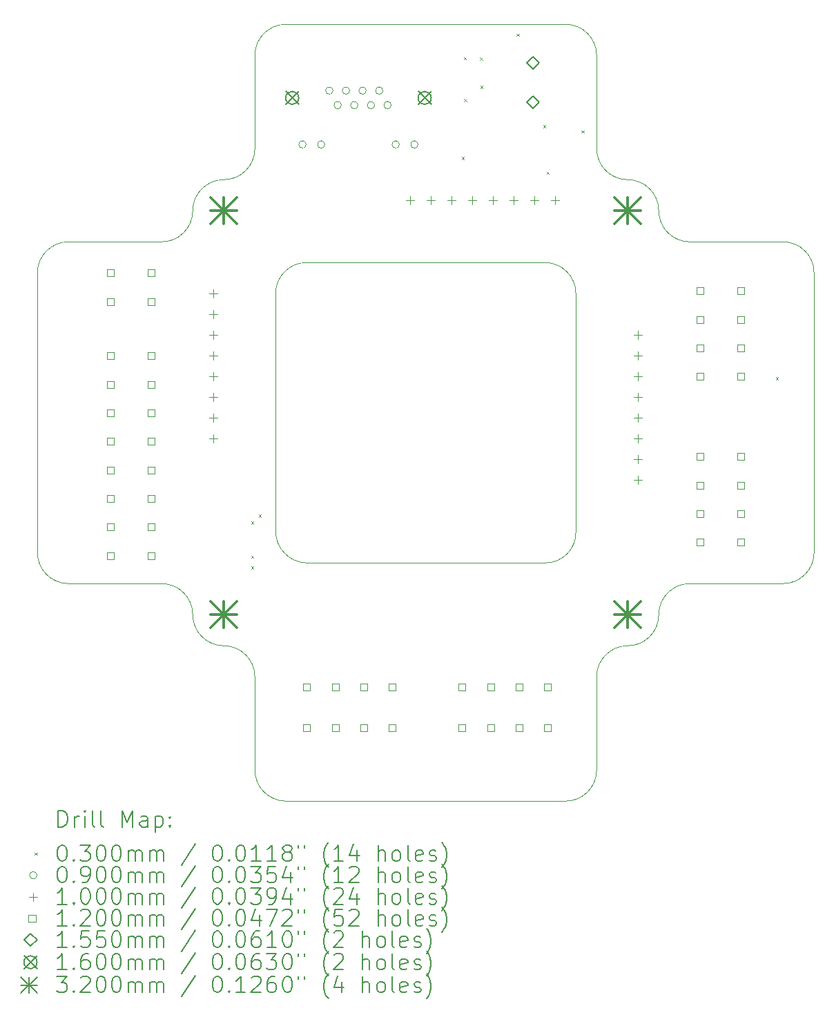
<source format=gbr>
%TF.GenerationSoftware,KiCad,Pcbnew,9.0.0*%
%TF.CreationDate,2025-02-28T23:28:11-08:00*%
%TF.ProjectId,Constellation Saddle V1.1,436f6e73-7465-46c6-9c61-74696f6e2053,rev?*%
%TF.SameCoordinates,Original*%
%TF.FileFunction,Drillmap*%
%TF.FilePolarity,Positive*%
%FSLAX45Y45*%
G04 Gerber Fmt 4.5, Leading zero omitted, Abs format (unit mm)*
G04 Created by KiCad (PCBNEW 9.0.0) date 2025-02-28 23:28:11*
%MOMM*%
%LPD*%
G01*
G04 APERTURE LIST*
%ADD10C,0.100000*%
%ADD11C,0.200000*%
%ADD12C,0.120000*%
%ADD13C,0.155000*%
%ADD14C,0.160000*%
%ADD15C,0.320000*%
G04 APERTURE END LIST*
D10*
X6858000Y-3556000D02*
G75*
G02*
X7239000Y-3937000I0J-381000D01*
G01*
X2159000Y-7493000D02*
G75*
G02*
X2540000Y-7874000I0J-381000D01*
G01*
X2921000Y-8255000D02*
G75*
G02*
X2540000Y-7874000I0J381000D01*
G01*
X7112000Y-635000D02*
X3683000Y-635000D01*
X8636000Y-3302000D02*
X9779000Y-3302000D01*
X7874000Y-2540000D02*
G75*
G02*
X8255000Y-2921000I0J-381000D01*
G01*
X3302000Y-1016000D02*
G75*
G02*
X3683000Y-635000I381000J0D01*
G01*
X635000Y-3683000D02*
X635000Y-7112000D01*
X7493000Y-8636000D02*
G75*
G02*
X7874000Y-8255000I381000J0D01*
G01*
X3556000Y-3937000D02*
X3556000Y-6858000D01*
X3302000Y-2159000D02*
X3302000Y-1016000D01*
X3683000Y-10160000D02*
X7112000Y-10160000D01*
X2159000Y-3302000D02*
X1016000Y-3302000D01*
X2159000Y-7493000D02*
X1016000Y-7493000D01*
X3556000Y-3937000D02*
G75*
G02*
X3937000Y-3556000I381000J0D01*
G01*
X3302000Y-8636000D02*
X3302000Y-9779000D01*
X8636000Y-7493000D02*
X9779000Y-7493000D01*
X8636000Y-3302000D02*
G75*
G02*
X8255000Y-2921000I0J381000D01*
G01*
X7493000Y-9779000D02*
G75*
G02*
X7112000Y-10160000I-381000J0D01*
G01*
X3937000Y-7239000D02*
X6858000Y-7239000D01*
X9779000Y-3302000D02*
G75*
G02*
X10160000Y-3683000I0J-381000D01*
G01*
X7112000Y-635000D02*
G75*
G02*
X7493000Y-1016000I0J-381000D01*
G01*
X2540000Y-2921000D02*
G75*
G02*
X2159000Y-3302000I-381000J0D01*
G01*
X3937000Y-7239000D02*
G75*
G02*
X3556000Y-6858000I10290J391290D01*
G01*
X8255000Y-7874000D02*
G75*
G02*
X8636000Y-7493000I381000J0D01*
G01*
X3302000Y-2159000D02*
G75*
G02*
X2921000Y-2540000I-381000J0D01*
G01*
X7493000Y-2159000D02*
X7493000Y-1016000D01*
X7493000Y-8636000D02*
X7493000Y-9779000D01*
X10160000Y-7112000D02*
X10160000Y-3683000D01*
X8255000Y-7874000D02*
G75*
G02*
X7874000Y-8255000I-381000J0D01*
G01*
X635000Y-3683000D02*
G75*
G02*
X1016000Y-3302000I381000J0D01*
G01*
X7239000Y-3937000D02*
X7239000Y-6858000D01*
X2540000Y-2921000D02*
G75*
G02*
X2921000Y-2540000I381000J0D01*
G01*
X7874000Y-2540000D02*
G75*
G02*
X7493000Y-2159000I0J381000D01*
G01*
X3937000Y-3556000D02*
X6858000Y-3556000D01*
X10160000Y-7112000D02*
G75*
G02*
X9779000Y-7493000I-381000J0D01*
G01*
X3683000Y-10160000D02*
G75*
G02*
X3302000Y-9779000I0J381000D01*
G01*
X1016000Y-7493000D02*
G75*
G02*
X635000Y-7112000I0J381000D01*
G01*
X2921000Y-8255000D02*
G75*
G02*
X3302000Y-8636000I0J-381000D01*
G01*
X7239000Y-6858000D02*
G75*
G02*
X6858000Y-7239000I-372897J-8103D01*
G01*
D11*
D10*
X3255000Y-6732000D02*
X3285000Y-6762000D01*
X3285000Y-6732000D02*
X3255000Y-6762000D01*
X3255000Y-7149000D02*
X3285000Y-7179000D01*
X3285000Y-7149000D02*
X3255000Y-7179000D01*
X3256000Y-7280000D02*
X3286000Y-7310000D01*
X3286000Y-7280000D02*
X3256000Y-7310000D01*
X3349000Y-6645000D02*
X3379000Y-6675000D01*
X3379000Y-6645000D02*
X3349000Y-6675000D01*
X5838000Y-2259000D02*
X5868000Y-2289000D01*
X5868000Y-2259000D02*
X5838000Y-2289000D01*
X5863000Y-1036000D02*
X5893000Y-1066000D01*
X5893000Y-1036000D02*
X5863000Y-1066000D01*
X5870000Y-1548000D02*
X5900000Y-1578000D01*
X5900000Y-1548000D02*
X5870000Y-1578000D01*
X6064000Y-1040000D02*
X6094000Y-1070000D01*
X6094000Y-1040000D02*
X6064000Y-1070000D01*
X6065000Y-1390000D02*
X6095000Y-1420000D01*
X6095000Y-1390000D02*
X6065000Y-1420000D01*
X6512000Y-749000D02*
X6542000Y-779000D01*
X6542000Y-749000D02*
X6512000Y-779000D01*
X6836000Y-1871000D02*
X6866000Y-1901000D01*
X6866000Y-1871000D02*
X6836000Y-1901000D01*
X6879000Y-2443000D02*
X6909000Y-2473000D01*
X6909000Y-2443000D02*
X6879000Y-2473000D01*
X7308000Y-1935000D02*
X7338000Y-1965000D01*
X7338000Y-1935000D02*
X7308000Y-1965000D01*
X9689000Y-4962000D02*
X9719000Y-4992000D01*
X9719000Y-4962000D02*
X9689000Y-4992000D01*
X3931000Y-2107800D02*
G75*
G02*
X3841000Y-2107800I-45000J0D01*
G01*
X3841000Y-2107800D02*
G75*
G02*
X3931000Y-2107800I45000J0D01*
G01*
X4160000Y-2107800D02*
G75*
G02*
X4070000Y-2107800I-45000J0D01*
G01*
X4070000Y-2107800D02*
G75*
G02*
X4160000Y-2107800I45000J0D01*
G01*
X4260000Y-1447800D02*
G75*
G02*
X4170000Y-1447800I-45000J0D01*
G01*
X4170000Y-1447800D02*
G75*
G02*
X4260000Y-1447800I45000J0D01*
G01*
X4362000Y-1625800D02*
G75*
G02*
X4272000Y-1625800I-45000J0D01*
G01*
X4272000Y-1625800D02*
G75*
G02*
X4362000Y-1625800I45000J0D01*
G01*
X4464000Y-1447800D02*
G75*
G02*
X4374000Y-1447800I-45000J0D01*
G01*
X4374000Y-1447800D02*
G75*
G02*
X4464000Y-1447800I45000J0D01*
G01*
X4566000Y-1625800D02*
G75*
G02*
X4476000Y-1625800I-45000J0D01*
G01*
X4476000Y-1625800D02*
G75*
G02*
X4566000Y-1625800I45000J0D01*
G01*
X4668000Y-1447800D02*
G75*
G02*
X4578000Y-1447800I-45000J0D01*
G01*
X4578000Y-1447800D02*
G75*
G02*
X4668000Y-1447800I45000J0D01*
G01*
X4770000Y-1625800D02*
G75*
G02*
X4680000Y-1625800I-45000J0D01*
G01*
X4680000Y-1625800D02*
G75*
G02*
X4770000Y-1625800I45000J0D01*
G01*
X4872000Y-1447800D02*
G75*
G02*
X4782000Y-1447800I-45000J0D01*
G01*
X4782000Y-1447800D02*
G75*
G02*
X4872000Y-1447800I45000J0D01*
G01*
X4974000Y-1625800D02*
G75*
G02*
X4884000Y-1625800I-45000J0D01*
G01*
X4884000Y-1625800D02*
G75*
G02*
X4974000Y-1625800I45000J0D01*
G01*
X5074000Y-2107800D02*
G75*
G02*
X4984000Y-2107800I-45000J0D01*
G01*
X4984000Y-2107800D02*
G75*
G02*
X5074000Y-2107800I45000J0D01*
G01*
X5303000Y-2107800D02*
G75*
G02*
X5213000Y-2107800I-45000J0D01*
G01*
X5213000Y-2107800D02*
G75*
G02*
X5303000Y-2107800I45000J0D01*
G01*
X2794000Y-3887000D02*
X2794000Y-3987000D01*
X2744000Y-3937000D02*
X2844000Y-3937000D01*
X2794000Y-4141000D02*
X2794000Y-4241000D01*
X2744000Y-4191000D02*
X2844000Y-4191000D01*
X2794000Y-4395000D02*
X2794000Y-4495000D01*
X2744000Y-4445000D02*
X2844000Y-4445000D01*
X2794000Y-4649000D02*
X2794000Y-4749000D01*
X2744000Y-4699000D02*
X2844000Y-4699000D01*
X2794000Y-4903000D02*
X2794000Y-5003000D01*
X2744000Y-4953000D02*
X2844000Y-4953000D01*
X2794000Y-5157000D02*
X2794000Y-5257000D01*
X2744000Y-5207000D02*
X2844000Y-5207000D01*
X2794000Y-5411000D02*
X2794000Y-5511000D01*
X2744000Y-5461000D02*
X2844000Y-5461000D01*
X2794000Y-5665000D02*
X2794000Y-5765000D01*
X2744000Y-5715000D02*
X2844000Y-5715000D01*
X5207000Y-2744000D02*
X5207000Y-2844000D01*
X5157000Y-2794000D02*
X5257000Y-2794000D01*
X5461000Y-2744000D02*
X5461000Y-2844000D01*
X5411000Y-2794000D02*
X5511000Y-2794000D01*
X5715000Y-2744000D02*
X5715000Y-2844000D01*
X5665000Y-2794000D02*
X5765000Y-2794000D01*
X5969000Y-2744000D02*
X5969000Y-2844000D01*
X5919000Y-2794000D02*
X6019000Y-2794000D01*
X6223000Y-2744000D02*
X6223000Y-2844000D01*
X6173000Y-2794000D02*
X6273000Y-2794000D01*
X6477000Y-2744000D02*
X6477000Y-2844000D01*
X6427000Y-2794000D02*
X6527000Y-2794000D01*
X6731000Y-2744000D02*
X6731000Y-2844000D01*
X6681000Y-2794000D02*
X6781000Y-2794000D01*
X6985000Y-2744000D02*
X6985000Y-2844000D01*
X6935000Y-2794000D02*
X7035000Y-2794000D01*
X8001000Y-4395000D02*
X8001000Y-4495000D01*
X7951000Y-4445000D02*
X8051000Y-4445000D01*
X8001000Y-4649000D02*
X8001000Y-4749000D01*
X7951000Y-4699000D02*
X8051000Y-4699000D01*
X8001000Y-4903000D02*
X8001000Y-5003000D01*
X7951000Y-4953000D02*
X8051000Y-4953000D01*
X8001000Y-5157000D02*
X8001000Y-5257000D01*
X7951000Y-5207000D02*
X8051000Y-5207000D01*
X8001000Y-5411000D02*
X8001000Y-5511000D01*
X7951000Y-5461000D02*
X8051000Y-5461000D01*
X8001000Y-5665000D02*
X8001000Y-5765000D01*
X7951000Y-5715000D02*
X8051000Y-5715000D01*
X8001000Y-5919000D02*
X8001000Y-6019000D01*
X7951000Y-5969000D02*
X8051000Y-5969000D01*
X8001000Y-6173000D02*
X8001000Y-6273000D01*
X7951000Y-6223000D02*
X8051000Y-6223000D01*
D12*
X1574427Y-3725427D02*
X1574427Y-3640573D01*
X1489573Y-3640573D01*
X1489573Y-3725427D01*
X1574427Y-3725427D01*
X1574427Y-4075427D02*
X1574427Y-3990573D01*
X1489573Y-3990573D01*
X1489573Y-4075427D01*
X1574427Y-4075427D01*
X1574427Y-4741427D02*
X1574427Y-4656573D01*
X1489573Y-4656573D01*
X1489573Y-4741427D01*
X1574427Y-4741427D01*
X1574427Y-5441427D02*
X1574427Y-5356573D01*
X1489573Y-5356573D01*
X1489573Y-5441427D01*
X1574427Y-5441427D01*
X1574427Y-5791427D02*
X1574427Y-5706573D01*
X1489573Y-5706573D01*
X1489573Y-5791427D01*
X1574427Y-5791427D01*
X1574427Y-6141427D02*
X1574427Y-6056573D01*
X1489573Y-6056573D01*
X1489573Y-6141427D01*
X1574427Y-6141427D01*
X1574427Y-6491427D02*
X1574427Y-6406573D01*
X1489573Y-6406573D01*
X1489573Y-6491427D01*
X1574427Y-6491427D01*
X1574427Y-6841427D02*
X1574427Y-6756574D01*
X1489573Y-6756574D01*
X1489573Y-6841427D01*
X1574427Y-6841427D01*
X1574427Y-7191427D02*
X1574427Y-7106574D01*
X1489573Y-7106574D01*
X1489573Y-7191427D01*
X1574427Y-7191427D01*
X1574427Y-5091427D02*
X1574427Y-5006573D01*
X1489573Y-5006573D01*
X1489573Y-5091427D01*
X1574427Y-5091427D01*
X2074427Y-3725427D02*
X2074427Y-3640573D01*
X1989573Y-3640573D01*
X1989573Y-3725427D01*
X2074427Y-3725427D01*
X2074427Y-4075427D02*
X2074427Y-3990573D01*
X1989573Y-3990573D01*
X1989573Y-4075427D01*
X2074427Y-4075427D01*
X2074427Y-4741427D02*
X2074427Y-4656573D01*
X1989573Y-4656573D01*
X1989573Y-4741427D01*
X2074427Y-4741427D01*
X2074427Y-5091427D02*
X2074427Y-5006573D01*
X1989573Y-5006573D01*
X1989573Y-5091427D01*
X2074427Y-5091427D01*
X2074427Y-5441427D02*
X2074427Y-5356573D01*
X1989573Y-5356573D01*
X1989573Y-5441427D01*
X2074427Y-5441427D01*
X2074427Y-5791427D02*
X2074427Y-5706573D01*
X1989573Y-5706573D01*
X1989573Y-5791427D01*
X2074427Y-5791427D01*
X2074427Y-6141427D02*
X2074427Y-6056573D01*
X1989573Y-6056573D01*
X1989573Y-6141427D01*
X2074427Y-6141427D01*
X2074427Y-6491427D02*
X2074427Y-6406573D01*
X1989573Y-6406573D01*
X1989573Y-6491427D01*
X2074427Y-6491427D01*
X2074427Y-6841427D02*
X2074427Y-6756574D01*
X1989573Y-6756574D01*
X1989573Y-6841427D01*
X2074427Y-6841427D01*
X2074427Y-7191427D02*
X2074427Y-7106574D01*
X1989573Y-7106574D01*
X1989573Y-7191427D01*
X2074427Y-7191427D01*
X3979427Y-8805427D02*
X3979427Y-8720573D01*
X3894573Y-8720573D01*
X3894573Y-8805427D01*
X3979427Y-8805427D01*
X3979427Y-9305427D02*
X3979427Y-9220573D01*
X3894573Y-9220573D01*
X3894573Y-9305427D01*
X3979427Y-9305427D01*
X4329427Y-8805427D02*
X4329427Y-8720573D01*
X4244574Y-8720573D01*
X4244574Y-8805427D01*
X4329427Y-8805427D01*
X4329427Y-9305427D02*
X4329427Y-9220573D01*
X4244574Y-9220573D01*
X4244574Y-9305427D01*
X4329427Y-9305427D01*
X4679427Y-8805427D02*
X4679427Y-8720573D01*
X4594574Y-8720573D01*
X4594574Y-8805427D01*
X4679427Y-8805427D01*
X4679427Y-9305427D02*
X4679427Y-9220573D01*
X4594574Y-9220573D01*
X4594574Y-9305427D01*
X4679427Y-9305427D01*
X5029427Y-8805427D02*
X5029427Y-8720573D01*
X4944574Y-8720573D01*
X4944574Y-8805427D01*
X5029427Y-8805427D01*
X5029427Y-9305427D02*
X5029427Y-9220573D01*
X4944574Y-9220573D01*
X4944574Y-9305427D01*
X5029427Y-9305427D01*
X5884427Y-8805427D02*
X5884427Y-8720573D01*
X5799573Y-8720573D01*
X5799573Y-8805427D01*
X5884427Y-8805427D01*
X5884427Y-9305427D02*
X5884427Y-9220573D01*
X5799573Y-9220573D01*
X5799573Y-9305427D01*
X5884427Y-9305427D01*
X6234427Y-8805427D02*
X6234427Y-8720573D01*
X6149573Y-8720573D01*
X6149573Y-8805427D01*
X6234427Y-8805427D01*
X6234427Y-9305427D02*
X6234427Y-9220573D01*
X6149573Y-9220573D01*
X6149573Y-9305427D01*
X6234427Y-9305427D01*
X6584427Y-8805427D02*
X6584427Y-8720573D01*
X6499574Y-8720573D01*
X6499574Y-8805427D01*
X6584427Y-8805427D01*
X6584427Y-9305427D02*
X6584427Y-9220573D01*
X6499574Y-9220573D01*
X6499574Y-9305427D01*
X6584427Y-9305427D01*
X6934427Y-8805427D02*
X6934427Y-8720573D01*
X6849574Y-8720573D01*
X6849574Y-8805427D01*
X6934427Y-8805427D01*
X6934427Y-9305427D02*
X6934427Y-9220573D01*
X6849574Y-9220573D01*
X6849574Y-9305427D01*
X6934427Y-9305427D01*
X8805427Y-3945426D02*
X8805427Y-3860573D01*
X8720573Y-3860573D01*
X8720573Y-3945426D01*
X8805427Y-3945426D01*
X8805427Y-4295426D02*
X8805427Y-4210573D01*
X8720573Y-4210573D01*
X8720573Y-4295426D01*
X8805427Y-4295426D01*
X8805427Y-4645427D02*
X8805427Y-4560573D01*
X8720573Y-4560573D01*
X8720573Y-4645427D01*
X8805427Y-4645427D01*
X8805427Y-4995427D02*
X8805427Y-4910573D01*
X8720573Y-4910573D01*
X8720573Y-4995427D01*
X8805427Y-4995427D01*
X8805427Y-5977426D02*
X8805427Y-5892573D01*
X8720573Y-5892573D01*
X8720573Y-5977426D01*
X8805427Y-5977426D01*
X8805427Y-6327426D02*
X8805427Y-6242573D01*
X8720573Y-6242573D01*
X8720573Y-6327426D01*
X8805427Y-6327426D01*
X8805427Y-6677426D02*
X8805427Y-6592573D01*
X8720573Y-6592573D01*
X8720573Y-6677426D01*
X8805427Y-6677426D01*
X8805427Y-7027427D02*
X8805427Y-6942573D01*
X8720573Y-6942573D01*
X8720573Y-7027427D01*
X8805427Y-7027427D01*
X9305427Y-3945426D02*
X9305427Y-3860573D01*
X9220573Y-3860573D01*
X9220573Y-3945426D01*
X9305427Y-3945426D01*
X9305427Y-4295426D02*
X9305427Y-4210573D01*
X9220573Y-4210573D01*
X9220573Y-4295426D01*
X9305427Y-4295426D01*
X9305427Y-4645427D02*
X9305427Y-4560573D01*
X9220573Y-4560573D01*
X9220573Y-4645427D01*
X9305427Y-4645427D01*
X9305427Y-4995427D02*
X9305427Y-4910573D01*
X9220573Y-4910573D01*
X9220573Y-4995427D01*
X9305427Y-4995427D01*
X9305427Y-5977426D02*
X9305427Y-5892573D01*
X9220573Y-5892573D01*
X9220573Y-5977426D01*
X9305427Y-5977426D01*
X9305427Y-6327426D02*
X9305427Y-6242573D01*
X9220573Y-6242573D01*
X9220573Y-6327426D01*
X9305427Y-6327426D01*
X9305427Y-6677426D02*
X9305427Y-6592573D01*
X9220573Y-6592573D01*
X9220573Y-6677426D01*
X9305427Y-6677426D01*
X9305427Y-7027427D02*
X9305427Y-6942573D01*
X9220573Y-6942573D01*
X9220573Y-7027427D01*
X9305427Y-7027427D01*
D13*
X6715000Y-1187500D02*
X6792500Y-1110000D01*
X6715000Y-1032500D01*
X6637500Y-1110000D01*
X6715000Y-1187500D01*
X6715000Y-1667500D02*
X6792500Y-1590000D01*
X6715000Y-1512500D01*
X6637500Y-1590000D01*
X6715000Y-1667500D01*
D14*
X3679500Y-1456800D02*
X3839500Y-1616800D01*
X3839500Y-1456800D02*
X3679500Y-1616800D01*
X3839500Y-1536800D02*
G75*
G02*
X3679500Y-1536800I-80000J0D01*
G01*
X3679500Y-1536800D02*
G75*
G02*
X3839500Y-1536800I80000J0D01*
G01*
X5304500Y-1456800D02*
X5464500Y-1616800D01*
X5464500Y-1456800D02*
X5304500Y-1616800D01*
X5464500Y-1536800D02*
G75*
G02*
X5304500Y-1536800I-80000J0D01*
G01*
X5304500Y-1536800D02*
G75*
G02*
X5464500Y-1536800I80000J0D01*
G01*
D15*
X2761000Y-2761000D02*
X3081000Y-3081000D01*
X3081000Y-2761000D02*
X2761000Y-3081000D01*
X2921000Y-2761000D02*
X2921000Y-3081000D01*
X2761000Y-2921000D02*
X3081000Y-2921000D01*
X2761000Y-7714000D02*
X3081000Y-8034000D01*
X3081000Y-7714000D02*
X2761000Y-8034000D01*
X2921000Y-7714000D02*
X2921000Y-8034000D01*
X2761000Y-7874000D02*
X3081000Y-7874000D01*
X7714000Y-2761000D02*
X8034000Y-3081000D01*
X8034000Y-2761000D02*
X7714000Y-3081000D01*
X7874000Y-2761000D02*
X7874000Y-3081000D01*
X7714000Y-2921000D02*
X8034000Y-2921000D01*
X7714000Y-7714000D02*
X8034000Y-8034000D01*
X8034000Y-7714000D02*
X7714000Y-8034000D01*
X7874000Y-7714000D02*
X7874000Y-8034000D01*
X7714000Y-7874000D02*
X8034000Y-7874000D01*
D11*
X890777Y-10476484D02*
X890777Y-10276484D01*
X890777Y-10276484D02*
X938396Y-10276484D01*
X938396Y-10276484D02*
X966967Y-10286008D01*
X966967Y-10286008D02*
X986015Y-10305055D01*
X986015Y-10305055D02*
X995539Y-10324103D01*
X995539Y-10324103D02*
X1005062Y-10362198D01*
X1005062Y-10362198D02*
X1005062Y-10390770D01*
X1005062Y-10390770D02*
X995539Y-10428865D01*
X995539Y-10428865D02*
X986015Y-10447912D01*
X986015Y-10447912D02*
X966967Y-10466960D01*
X966967Y-10466960D02*
X938396Y-10476484D01*
X938396Y-10476484D02*
X890777Y-10476484D01*
X1090777Y-10476484D02*
X1090777Y-10343150D01*
X1090777Y-10381246D02*
X1100301Y-10362198D01*
X1100301Y-10362198D02*
X1109824Y-10352674D01*
X1109824Y-10352674D02*
X1128872Y-10343150D01*
X1128872Y-10343150D02*
X1147920Y-10343150D01*
X1214586Y-10476484D02*
X1214586Y-10343150D01*
X1214586Y-10276484D02*
X1205063Y-10286008D01*
X1205063Y-10286008D02*
X1214586Y-10295531D01*
X1214586Y-10295531D02*
X1224110Y-10286008D01*
X1224110Y-10286008D02*
X1214586Y-10276484D01*
X1214586Y-10276484D02*
X1214586Y-10295531D01*
X1338396Y-10476484D02*
X1319348Y-10466960D01*
X1319348Y-10466960D02*
X1309824Y-10447912D01*
X1309824Y-10447912D02*
X1309824Y-10276484D01*
X1443158Y-10476484D02*
X1424110Y-10466960D01*
X1424110Y-10466960D02*
X1414586Y-10447912D01*
X1414586Y-10447912D02*
X1414586Y-10276484D01*
X1671729Y-10476484D02*
X1671729Y-10276484D01*
X1671729Y-10276484D02*
X1738396Y-10419341D01*
X1738396Y-10419341D02*
X1805062Y-10276484D01*
X1805062Y-10276484D02*
X1805062Y-10476484D01*
X1986015Y-10476484D02*
X1986015Y-10371722D01*
X1986015Y-10371722D02*
X1976491Y-10352674D01*
X1976491Y-10352674D02*
X1957443Y-10343150D01*
X1957443Y-10343150D02*
X1919348Y-10343150D01*
X1919348Y-10343150D02*
X1900301Y-10352674D01*
X1986015Y-10466960D02*
X1966967Y-10476484D01*
X1966967Y-10476484D02*
X1919348Y-10476484D01*
X1919348Y-10476484D02*
X1900301Y-10466960D01*
X1900301Y-10466960D02*
X1890777Y-10447912D01*
X1890777Y-10447912D02*
X1890777Y-10428865D01*
X1890777Y-10428865D02*
X1900301Y-10409817D01*
X1900301Y-10409817D02*
X1919348Y-10400293D01*
X1919348Y-10400293D02*
X1966967Y-10400293D01*
X1966967Y-10400293D02*
X1986015Y-10390770D01*
X2081253Y-10343150D02*
X2081253Y-10543150D01*
X2081253Y-10352674D02*
X2100301Y-10343150D01*
X2100301Y-10343150D02*
X2138396Y-10343150D01*
X2138396Y-10343150D02*
X2157444Y-10352674D01*
X2157444Y-10352674D02*
X2166967Y-10362198D01*
X2166967Y-10362198D02*
X2176491Y-10381246D01*
X2176491Y-10381246D02*
X2176491Y-10438389D01*
X2176491Y-10438389D02*
X2166967Y-10457436D01*
X2166967Y-10457436D02*
X2157444Y-10466960D01*
X2157444Y-10466960D02*
X2138396Y-10476484D01*
X2138396Y-10476484D02*
X2100301Y-10476484D01*
X2100301Y-10476484D02*
X2081253Y-10466960D01*
X2262205Y-10457436D02*
X2271729Y-10466960D01*
X2271729Y-10466960D02*
X2262205Y-10476484D01*
X2262205Y-10476484D02*
X2252682Y-10466960D01*
X2252682Y-10466960D02*
X2262205Y-10457436D01*
X2262205Y-10457436D02*
X2262205Y-10476484D01*
X2262205Y-10352674D02*
X2271729Y-10362198D01*
X2271729Y-10362198D02*
X2262205Y-10371722D01*
X2262205Y-10371722D02*
X2252682Y-10362198D01*
X2252682Y-10362198D02*
X2262205Y-10352674D01*
X2262205Y-10352674D02*
X2262205Y-10371722D01*
D10*
X600000Y-10790000D02*
X630000Y-10820000D01*
X630000Y-10790000D02*
X600000Y-10820000D01*
D11*
X928872Y-10696484D02*
X947920Y-10696484D01*
X947920Y-10696484D02*
X966967Y-10706008D01*
X966967Y-10706008D02*
X976491Y-10715531D01*
X976491Y-10715531D02*
X986015Y-10734579D01*
X986015Y-10734579D02*
X995539Y-10772674D01*
X995539Y-10772674D02*
X995539Y-10820293D01*
X995539Y-10820293D02*
X986015Y-10858389D01*
X986015Y-10858389D02*
X976491Y-10877436D01*
X976491Y-10877436D02*
X966967Y-10886960D01*
X966967Y-10886960D02*
X947920Y-10896484D01*
X947920Y-10896484D02*
X928872Y-10896484D01*
X928872Y-10896484D02*
X909824Y-10886960D01*
X909824Y-10886960D02*
X900301Y-10877436D01*
X900301Y-10877436D02*
X890777Y-10858389D01*
X890777Y-10858389D02*
X881253Y-10820293D01*
X881253Y-10820293D02*
X881253Y-10772674D01*
X881253Y-10772674D02*
X890777Y-10734579D01*
X890777Y-10734579D02*
X900301Y-10715531D01*
X900301Y-10715531D02*
X909824Y-10706008D01*
X909824Y-10706008D02*
X928872Y-10696484D01*
X1081253Y-10877436D02*
X1090777Y-10886960D01*
X1090777Y-10886960D02*
X1081253Y-10896484D01*
X1081253Y-10896484D02*
X1071729Y-10886960D01*
X1071729Y-10886960D02*
X1081253Y-10877436D01*
X1081253Y-10877436D02*
X1081253Y-10896484D01*
X1157444Y-10696484D02*
X1281253Y-10696484D01*
X1281253Y-10696484D02*
X1214586Y-10772674D01*
X1214586Y-10772674D02*
X1243158Y-10772674D01*
X1243158Y-10772674D02*
X1262205Y-10782198D01*
X1262205Y-10782198D02*
X1271729Y-10791722D01*
X1271729Y-10791722D02*
X1281253Y-10810770D01*
X1281253Y-10810770D02*
X1281253Y-10858389D01*
X1281253Y-10858389D02*
X1271729Y-10877436D01*
X1271729Y-10877436D02*
X1262205Y-10886960D01*
X1262205Y-10886960D02*
X1243158Y-10896484D01*
X1243158Y-10896484D02*
X1186015Y-10896484D01*
X1186015Y-10896484D02*
X1166967Y-10886960D01*
X1166967Y-10886960D02*
X1157444Y-10877436D01*
X1405062Y-10696484D02*
X1424110Y-10696484D01*
X1424110Y-10696484D02*
X1443158Y-10706008D01*
X1443158Y-10706008D02*
X1452682Y-10715531D01*
X1452682Y-10715531D02*
X1462205Y-10734579D01*
X1462205Y-10734579D02*
X1471729Y-10772674D01*
X1471729Y-10772674D02*
X1471729Y-10820293D01*
X1471729Y-10820293D02*
X1462205Y-10858389D01*
X1462205Y-10858389D02*
X1452682Y-10877436D01*
X1452682Y-10877436D02*
X1443158Y-10886960D01*
X1443158Y-10886960D02*
X1424110Y-10896484D01*
X1424110Y-10896484D02*
X1405062Y-10896484D01*
X1405062Y-10896484D02*
X1386015Y-10886960D01*
X1386015Y-10886960D02*
X1376491Y-10877436D01*
X1376491Y-10877436D02*
X1366967Y-10858389D01*
X1366967Y-10858389D02*
X1357444Y-10820293D01*
X1357444Y-10820293D02*
X1357444Y-10772674D01*
X1357444Y-10772674D02*
X1366967Y-10734579D01*
X1366967Y-10734579D02*
X1376491Y-10715531D01*
X1376491Y-10715531D02*
X1386015Y-10706008D01*
X1386015Y-10706008D02*
X1405062Y-10696484D01*
X1595539Y-10696484D02*
X1614586Y-10696484D01*
X1614586Y-10696484D02*
X1633634Y-10706008D01*
X1633634Y-10706008D02*
X1643158Y-10715531D01*
X1643158Y-10715531D02*
X1652682Y-10734579D01*
X1652682Y-10734579D02*
X1662205Y-10772674D01*
X1662205Y-10772674D02*
X1662205Y-10820293D01*
X1662205Y-10820293D02*
X1652682Y-10858389D01*
X1652682Y-10858389D02*
X1643158Y-10877436D01*
X1643158Y-10877436D02*
X1633634Y-10886960D01*
X1633634Y-10886960D02*
X1614586Y-10896484D01*
X1614586Y-10896484D02*
X1595539Y-10896484D01*
X1595539Y-10896484D02*
X1576491Y-10886960D01*
X1576491Y-10886960D02*
X1566967Y-10877436D01*
X1566967Y-10877436D02*
X1557443Y-10858389D01*
X1557443Y-10858389D02*
X1547920Y-10820293D01*
X1547920Y-10820293D02*
X1547920Y-10772674D01*
X1547920Y-10772674D02*
X1557443Y-10734579D01*
X1557443Y-10734579D02*
X1566967Y-10715531D01*
X1566967Y-10715531D02*
X1576491Y-10706008D01*
X1576491Y-10706008D02*
X1595539Y-10696484D01*
X1747920Y-10896484D02*
X1747920Y-10763150D01*
X1747920Y-10782198D02*
X1757443Y-10772674D01*
X1757443Y-10772674D02*
X1776491Y-10763150D01*
X1776491Y-10763150D02*
X1805063Y-10763150D01*
X1805063Y-10763150D02*
X1824110Y-10772674D01*
X1824110Y-10772674D02*
X1833634Y-10791722D01*
X1833634Y-10791722D02*
X1833634Y-10896484D01*
X1833634Y-10791722D02*
X1843158Y-10772674D01*
X1843158Y-10772674D02*
X1862205Y-10763150D01*
X1862205Y-10763150D02*
X1890777Y-10763150D01*
X1890777Y-10763150D02*
X1909824Y-10772674D01*
X1909824Y-10772674D02*
X1919348Y-10791722D01*
X1919348Y-10791722D02*
X1919348Y-10896484D01*
X2014586Y-10896484D02*
X2014586Y-10763150D01*
X2014586Y-10782198D02*
X2024110Y-10772674D01*
X2024110Y-10772674D02*
X2043158Y-10763150D01*
X2043158Y-10763150D02*
X2071729Y-10763150D01*
X2071729Y-10763150D02*
X2090777Y-10772674D01*
X2090777Y-10772674D02*
X2100301Y-10791722D01*
X2100301Y-10791722D02*
X2100301Y-10896484D01*
X2100301Y-10791722D02*
X2109825Y-10772674D01*
X2109825Y-10772674D02*
X2128872Y-10763150D01*
X2128872Y-10763150D02*
X2157444Y-10763150D01*
X2157444Y-10763150D02*
X2176491Y-10772674D01*
X2176491Y-10772674D02*
X2186015Y-10791722D01*
X2186015Y-10791722D02*
X2186015Y-10896484D01*
X2576491Y-10686960D02*
X2405063Y-10944103D01*
X2833634Y-10696484D02*
X2852682Y-10696484D01*
X2852682Y-10696484D02*
X2871729Y-10706008D01*
X2871729Y-10706008D02*
X2881253Y-10715531D01*
X2881253Y-10715531D02*
X2890777Y-10734579D01*
X2890777Y-10734579D02*
X2900301Y-10772674D01*
X2900301Y-10772674D02*
X2900301Y-10820293D01*
X2900301Y-10820293D02*
X2890777Y-10858389D01*
X2890777Y-10858389D02*
X2881253Y-10877436D01*
X2881253Y-10877436D02*
X2871729Y-10886960D01*
X2871729Y-10886960D02*
X2852682Y-10896484D01*
X2852682Y-10896484D02*
X2833634Y-10896484D01*
X2833634Y-10896484D02*
X2814586Y-10886960D01*
X2814586Y-10886960D02*
X2805063Y-10877436D01*
X2805063Y-10877436D02*
X2795539Y-10858389D01*
X2795539Y-10858389D02*
X2786015Y-10820293D01*
X2786015Y-10820293D02*
X2786015Y-10772674D01*
X2786015Y-10772674D02*
X2795539Y-10734579D01*
X2795539Y-10734579D02*
X2805063Y-10715531D01*
X2805063Y-10715531D02*
X2814586Y-10706008D01*
X2814586Y-10706008D02*
X2833634Y-10696484D01*
X2986015Y-10877436D02*
X2995539Y-10886960D01*
X2995539Y-10886960D02*
X2986015Y-10896484D01*
X2986015Y-10896484D02*
X2976491Y-10886960D01*
X2976491Y-10886960D02*
X2986015Y-10877436D01*
X2986015Y-10877436D02*
X2986015Y-10896484D01*
X3119348Y-10696484D02*
X3138396Y-10696484D01*
X3138396Y-10696484D02*
X3157444Y-10706008D01*
X3157444Y-10706008D02*
X3166967Y-10715531D01*
X3166967Y-10715531D02*
X3176491Y-10734579D01*
X3176491Y-10734579D02*
X3186015Y-10772674D01*
X3186015Y-10772674D02*
X3186015Y-10820293D01*
X3186015Y-10820293D02*
X3176491Y-10858389D01*
X3176491Y-10858389D02*
X3166967Y-10877436D01*
X3166967Y-10877436D02*
X3157444Y-10886960D01*
X3157444Y-10886960D02*
X3138396Y-10896484D01*
X3138396Y-10896484D02*
X3119348Y-10896484D01*
X3119348Y-10896484D02*
X3100301Y-10886960D01*
X3100301Y-10886960D02*
X3090777Y-10877436D01*
X3090777Y-10877436D02*
X3081253Y-10858389D01*
X3081253Y-10858389D02*
X3071729Y-10820293D01*
X3071729Y-10820293D02*
X3071729Y-10772674D01*
X3071729Y-10772674D02*
X3081253Y-10734579D01*
X3081253Y-10734579D02*
X3090777Y-10715531D01*
X3090777Y-10715531D02*
X3100301Y-10706008D01*
X3100301Y-10706008D02*
X3119348Y-10696484D01*
X3376491Y-10896484D02*
X3262206Y-10896484D01*
X3319348Y-10896484D02*
X3319348Y-10696484D01*
X3319348Y-10696484D02*
X3300301Y-10725055D01*
X3300301Y-10725055D02*
X3281253Y-10744103D01*
X3281253Y-10744103D02*
X3262206Y-10753627D01*
X3566967Y-10896484D02*
X3452682Y-10896484D01*
X3509825Y-10896484D02*
X3509825Y-10696484D01*
X3509825Y-10696484D02*
X3490777Y-10725055D01*
X3490777Y-10725055D02*
X3471729Y-10744103D01*
X3471729Y-10744103D02*
X3452682Y-10753627D01*
X3681253Y-10782198D02*
X3662206Y-10772674D01*
X3662206Y-10772674D02*
X3652682Y-10763150D01*
X3652682Y-10763150D02*
X3643158Y-10744103D01*
X3643158Y-10744103D02*
X3643158Y-10734579D01*
X3643158Y-10734579D02*
X3652682Y-10715531D01*
X3652682Y-10715531D02*
X3662206Y-10706008D01*
X3662206Y-10706008D02*
X3681253Y-10696484D01*
X3681253Y-10696484D02*
X3719348Y-10696484D01*
X3719348Y-10696484D02*
X3738396Y-10706008D01*
X3738396Y-10706008D02*
X3747920Y-10715531D01*
X3747920Y-10715531D02*
X3757444Y-10734579D01*
X3757444Y-10734579D02*
X3757444Y-10744103D01*
X3757444Y-10744103D02*
X3747920Y-10763150D01*
X3747920Y-10763150D02*
X3738396Y-10772674D01*
X3738396Y-10772674D02*
X3719348Y-10782198D01*
X3719348Y-10782198D02*
X3681253Y-10782198D01*
X3681253Y-10782198D02*
X3662206Y-10791722D01*
X3662206Y-10791722D02*
X3652682Y-10801246D01*
X3652682Y-10801246D02*
X3643158Y-10820293D01*
X3643158Y-10820293D02*
X3643158Y-10858389D01*
X3643158Y-10858389D02*
X3652682Y-10877436D01*
X3652682Y-10877436D02*
X3662206Y-10886960D01*
X3662206Y-10886960D02*
X3681253Y-10896484D01*
X3681253Y-10896484D02*
X3719348Y-10896484D01*
X3719348Y-10896484D02*
X3738396Y-10886960D01*
X3738396Y-10886960D02*
X3747920Y-10877436D01*
X3747920Y-10877436D02*
X3757444Y-10858389D01*
X3757444Y-10858389D02*
X3757444Y-10820293D01*
X3757444Y-10820293D02*
X3747920Y-10801246D01*
X3747920Y-10801246D02*
X3738396Y-10791722D01*
X3738396Y-10791722D02*
X3719348Y-10782198D01*
X3833634Y-10696484D02*
X3833634Y-10734579D01*
X3909825Y-10696484D02*
X3909825Y-10734579D01*
X4205063Y-10972674D02*
X4195539Y-10963150D01*
X4195539Y-10963150D02*
X4176491Y-10934579D01*
X4176491Y-10934579D02*
X4166968Y-10915531D01*
X4166968Y-10915531D02*
X4157444Y-10886960D01*
X4157444Y-10886960D02*
X4147920Y-10839341D01*
X4147920Y-10839341D02*
X4147920Y-10801246D01*
X4147920Y-10801246D02*
X4157444Y-10753627D01*
X4157444Y-10753627D02*
X4166968Y-10725055D01*
X4166968Y-10725055D02*
X4176491Y-10706008D01*
X4176491Y-10706008D02*
X4195539Y-10677436D01*
X4195539Y-10677436D02*
X4205063Y-10667912D01*
X4386015Y-10896484D02*
X4271730Y-10896484D01*
X4328872Y-10896484D02*
X4328872Y-10696484D01*
X4328872Y-10696484D02*
X4309825Y-10725055D01*
X4309825Y-10725055D02*
X4290777Y-10744103D01*
X4290777Y-10744103D02*
X4271730Y-10753627D01*
X4557444Y-10763150D02*
X4557444Y-10896484D01*
X4509825Y-10686960D02*
X4462206Y-10829817D01*
X4462206Y-10829817D02*
X4586015Y-10829817D01*
X4814587Y-10896484D02*
X4814587Y-10696484D01*
X4900301Y-10896484D02*
X4900301Y-10791722D01*
X4900301Y-10791722D02*
X4890777Y-10772674D01*
X4890777Y-10772674D02*
X4871730Y-10763150D01*
X4871730Y-10763150D02*
X4843158Y-10763150D01*
X4843158Y-10763150D02*
X4824111Y-10772674D01*
X4824111Y-10772674D02*
X4814587Y-10782198D01*
X5024111Y-10896484D02*
X5005063Y-10886960D01*
X5005063Y-10886960D02*
X4995539Y-10877436D01*
X4995539Y-10877436D02*
X4986015Y-10858389D01*
X4986015Y-10858389D02*
X4986015Y-10801246D01*
X4986015Y-10801246D02*
X4995539Y-10782198D01*
X4995539Y-10782198D02*
X5005063Y-10772674D01*
X5005063Y-10772674D02*
X5024111Y-10763150D01*
X5024111Y-10763150D02*
X5052682Y-10763150D01*
X5052682Y-10763150D02*
X5071730Y-10772674D01*
X5071730Y-10772674D02*
X5081253Y-10782198D01*
X5081253Y-10782198D02*
X5090777Y-10801246D01*
X5090777Y-10801246D02*
X5090777Y-10858389D01*
X5090777Y-10858389D02*
X5081253Y-10877436D01*
X5081253Y-10877436D02*
X5071730Y-10886960D01*
X5071730Y-10886960D02*
X5052682Y-10896484D01*
X5052682Y-10896484D02*
X5024111Y-10896484D01*
X5205063Y-10896484D02*
X5186015Y-10886960D01*
X5186015Y-10886960D02*
X5176492Y-10867912D01*
X5176492Y-10867912D02*
X5176492Y-10696484D01*
X5357444Y-10886960D02*
X5338396Y-10896484D01*
X5338396Y-10896484D02*
X5300301Y-10896484D01*
X5300301Y-10896484D02*
X5281253Y-10886960D01*
X5281253Y-10886960D02*
X5271730Y-10867912D01*
X5271730Y-10867912D02*
X5271730Y-10791722D01*
X5271730Y-10791722D02*
X5281253Y-10772674D01*
X5281253Y-10772674D02*
X5300301Y-10763150D01*
X5300301Y-10763150D02*
X5338396Y-10763150D01*
X5338396Y-10763150D02*
X5357444Y-10772674D01*
X5357444Y-10772674D02*
X5366968Y-10791722D01*
X5366968Y-10791722D02*
X5366968Y-10810770D01*
X5366968Y-10810770D02*
X5271730Y-10829817D01*
X5443158Y-10886960D02*
X5462206Y-10896484D01*
X5462206Y-10896484D02*
X5500301Y-10896484D01*
X5500301Y-10896484D02*
X5519349Y-10886960D01*
X5519349Y-10886960D02*
X5528873Y-10867912D01*
X5528873Y-10867912D02*
X5528873Y-10858389D01*
X5528873Y-10858389D02*
X5519349Y-10839341D01*
X5519349Y-10839341D02*
X5500301Y-10829817D01*
X5500301Y-10829817D02*
X5471730Y-10829817D01*
X5471730Y-10829817D02*
X5452682Y-10820293D01*
X5452682Y-10820293D02*
X5443158Y-10801246D01*
X5443158Y-10801246D02*
X5443158Y-10791722D01*
X5443158Y-10791722D02*
X5452682Y-10772674D01*
X5452682Y-10772674D02*
X5471730Y-10763150D01*
X5471730Y-10763150D02*
X5500301Y-10763150D01*
X5500301Y-10763150D02*
X5519349Y-10772674D01*
X5595539Y-10972674D02*
X5605063Y-10963150D01*
X5605063Y-10963150D02*
X5624111Y-10934579D01*
X5624111Y-10934579D02*
X5633634Y-10915531D01*
X5633634Y-10915531D02*
X5643158Y-10886960D01*
X5643158Y-10886960D02*
X5652682Y-10839341D01*
X5652682Y-10839341D02*
X5652682Y-10801246D01*
X5652682Y-10801246D02*
X5643158Y-10753627D01*
X5643158Y-10753627D02*
X5633634Y-10725055D01*
X5633634Y-10725055D02*
X5624111Y-10706008D01*
X5624111Y-10706008D02*
X5605063Y-10677436D01*
X5605063Y-10677436D02*
X5595539Y-10667912D01*
D10*
X630000Y-11069000D02*
G75*
G02*
X540000Y-11069000I-45000J0D01*
G01*
X540000Y-11069000D02*
G75*
G02*
X630000Y-11069000I45000J0D01*
G01*
D11*
X928872Y-10960484D02*
X947920Y-10960484D01*
X947920Y-10960484D02*
X966967Y-10970008D01*
X966967Y-10970008D02*
X976491Y-10979531D01*
X976491Y-10979531D02*
X986015Y-10998579D01*
X986015Y-10998579D02*
X995539Y-11036674D01*
X995539Y-11036674D02*
X995539Y-11084293D01*
X995539Y-11084293D02*
X986015Y-11122389D01*
X986015Y-11122389D02*
X976491Y-11141436D01*
X976491Y-11141436D02*
X966967Y-11150960D01*
X966967Y-11150960D02*
X947920Y-11160484D01*
X947920Y-11160484D02*
X928872Y-11160484D01*
X928872Y-11160484D02*
X909824Y-11150960D01*
X909824Y-11150960D02*
X900301Y-11141436D01*
X900301Y-11141436D02*
X890777Y-11122389D01*
X890777Y-11122389D02*
X881253Y-11084293D01*
X881253Y-11084293D02*
X881253Y-11036674D01*
X881253Y-11036674D02*
X890777Y-10998579D01*
X890777Y-10998579D02*
X900301Y-10979531D01*
X900301Y-10979531D02*
X909824Y-10970008D01*
X909824Y-10970008D02*
X928872Y-10960484D01*
X1081253Y-11141436D02*
X1090777Y-11150960D01*
X1090777Y-11150960D02*
X1081253Y-11160484D01*
X1081253Y-11160484D02*
X1071729Y-11150960D01*
X1071729Y-11150960D02*
X1081253Y-11141436D01*
X1081253Y-11141436D02*
X1081253Y-11160484D01*
X1186015Y-11160484D02*
X1224110Y-11160484D01*
X1224110Y-11160484D02*
X1243158Y-11150960D01*
X1243158Y-11150960D02*
X1252682Y-11141436D01*
X1252682Y-11141436D02*
X1271729Y-11112865D01*
X1271729Y-11112865D02*
X1281253Y-11074770D01*
X1281253Y-11074770D02*
X1281253Y-10998579D01*
X1281253Y-10998579D02*
X1271729Y-10979531D01*
X1271729Y-10979531D02*
X1262205Y-10970008D01*
X1262205Y-10970008D02*
X1243158Y-10960484D01*
X1243158Y-10960484D02*
X1205063Y-10960484D01*
X1205063Y-10960484D02*
X1186015Y-10970008D01*
X1186015Y-10970008D02*
X1176491Y-10979531D01*
X1176491Y-10979531D02*
X1166967Y-10998579D01*
X1166967Y-10998579D02*
X1166967Y-11046198D01*
X1166967Y-11046198D02*
X1176491Y-11065246D01*
X1176491Y-11065246D02*
X1186015Y-11074770D01*
X1186015Y-11074770D02*
X1205063Y-11084293D01*
X1205063Y-11084293D02*
X1243158Y-11084293D01*
X1243158Y-11084293D02*
X1262205Y-11074770D01*
X1262205Y-11074770D02*
X1271729Y-11065246D01*
X1271729Y-11065246D02*
X1281253Y-11046198D01*
X1405062Y-10960484D02*
X1424110Y-10960484D01*
X1424110Y-10960484D02*
X1443158Y-10970008D01*
X1443158Y-10970008D02*
X1452682Y-10979531D01*
X1452682Y-10979531D02*
X1462205Y-10998579D01*
X1462205Y-10998579D02*
X1471729Y-11036674D01*
X1471729Y-11036674D02*
X1471729Y-11084293D01*
X1471729Y-11084293D02*
X1462205Y-11122389D01*
X1462205Y-11122389D02*
X1452682Y-11141436D01*
X1452682Y-11141436D02*
X1443158Y-11150960D01*
X1443158Y-11150960D02*
X1424110Y-11160484D01*
X1424110Y-11160484D02*
X1405062Y-11160484D01*
X1405062Y-11160484D02*
X1386015Y-11150960D01*
X1386015Y-11150960D02*
X1376491Y-11141436D01*
X1376491Y-11141436D02*
X1366967Y-11122389D01*
X1366967Y-11122389D02*
X1357444Y-11084293D01*
X1357444Y-11084293D02*
X1357444Y-11036674D01*
X1357444Y-11036674D02*
X1366967Y-10998579D01*
X1366967Y-10998579D02*
X1376491Y-10979531D01*
X1376491Y-10979531D02*
X1386015Y-10970008D01*
X1386015Y-10970008D02*
X1405062Y-10960484D01*
X1595539Y-10960484D02*
X1614586Y-10960484D01*
X1614586Y-10960484D02*
X1633634Y-10970008D01*
X1633634Y-10970008D02*
X1643158Y-10979531D01*
X1643158Y-10979531D02*
X1652682Y-10998579D01*
X1652682Y-10998579D02*
X1662205Y-11036674D01*
X1662205Y-11036674D02*
X1662205Y-11084293D01*
X1662205Y-11084293D02*
X1652682Y-11122389D01*
X1652682Y-11122389D02*
X1643158Y-11141436D01*
X1643158Y-11141436D02*
X1633634Y-11150960D01*
X1633634Y-11150960D02*
X1614586Y-11160484D01*
X1614586Y-11160484D02*
X1595539Y-11160484D01*
X1595539Y-11160484D02*
X1576491Y-11150960D01*
X1576491Y-11150960D02*
X1566967Y-11141436D01*
X1566967Y-11141436D02*
X1557443Y-11122389D01*
X1557443Y-11122389D02*
X1547920Y-11084293D01*
X1547920Y-11084293D02*
X1547920Y-11036674D01*
X1547920Y-11036674D02*
X1557443Y-10998579D01*
X1557443Y-10998579D02*
X1566967Y-10979531D01*
X1566967Y-10979531D02*
X1576491Y-10970008D01*
X1576491Y-10970008D02*
X1595539Y-10960484D01*
X1747920Y-11160484D02*
X1747920Y-11027150D01*
X1747920Y-11046198D02*
X1757443Y-11036674D01*
X1757443Y-11036674D02*
X1776491Y-11027150D01*
X1776491Y-11027150D02*
X1805063Y-11027150D01*
X1805063Y-11027150D02*
X1824110Y-11036674D01*
X1824110Y-11036674D02*
X1833634Y-11055722D01*
X1833634Y-11055722D02*
X1833634Y-11160484D01*
X1833634Y-11055722D02*
X1843158Y-11036674D01*
X1843158Y-11036674D02*
X1862205Y-11027150D01*
X1862205Y-11027150D02*
X1890777Y-11027150D01*
X1890777Y-11027150D02*
X1909824Y-11036674D01*
X1909824Y-11036674D02*
X1919348Y-11055722D01*
X1919348Y-11055722D02*
X1919348Y-11160484D01*
X2014586Y-11160484D02*
X2014586Y-11027150D01*
X2014586Y-11046198D02*
X2024110Y-11036674D01*
X2024110Y-11036674D02*
X2043158Y-11027150D01*
X2043158Y-11027150D02*
X2071729Y-11027150D01*
X2071729Y-11027150D02*
X2090777Y-11036674D01*
X2090777Y-11036674D02*
X2100301Y-11055722D01*
X2100301Y-11055722D02*
X2100301Y-11160484D01*
X2100301Y-11055722D02*
X2109825Y-11036674D01*
X2109825Y-11036674D02*
X2128872Y-11027150D01*
X2128872Y-11027150D02*
X2157444Y-11027150D01*
X2157444Y-11027150D02*
X2176491Y-11036674D01*
X2176491Y-11036674D02*
X2186015Y-11055722D01*
X2186015Y-11055722D02*
X2186015Y-11160484D01*
X2576491Y-10950960D02*
X2405063Y-11208103D01*
X2833634Y-10960484D02*
X2852682Y-10960484D01*
X2852682Y-10960484D02*
X2871729Y-10970008D01*
X2871729Y-10970008D02*
X2881253Y-10979531D01*
X2881253Y-10979531D02*
X2890777Y-10998579D01*
X2890777Y-10998579D02*
X2900301Y-11036674D01*
X2900301Y-11036674D02*
X2900301Y-11084293D01*
X2900301Y-11084293D02*
X2890777Y-11122389D01*
X2890777Y-11122389D02*
X2881253Y-11141436D01*
X2881253Y-11141436D02*
X2871729Y-11150960D01*
X2871729Y-11150960D02*
X2852682Y-11160484D01*
X2852682Y-11160484D02*
X2833634Y-11160484D01*
X2833634Y-11160484D02*
X2814586Y-11150960D01*
X2814586Y-11150960D02*
X2805063Y-11141436D01*
X2805063Y-11141436D02*
X2795539Y-11122389D01*
X2795539Y-11122389D02*
X2786015Y-11084293D01*
X2786015Y-11084293D02*
X2786015Y-11036674D01*
X2786015Y-11036674D02*
X2795539Y-10998579D01*
X2795539Y-10998579D02*
X2805063Y-10979531D01*
X2805063Y-10979531D02*
X2814586Y-10970008D01*
X2814586Y-10970008D02*
X2833634Y-10960484D01*
X2986015Y-11141436D02*
X2995539Y-11150960D01*
X2995539Y-11150960D02*
X2986015Y-11160484D01*
X2986015Y-11160484D02*
X2976491Y-11150960D01*
X2976491Y-11150960D02*
X2986015Y-11141436D01*
X2986015Y-11141436D02*
X2986015Y-11160484D01*
X3119348Y-10960484D02*
X3138396Y-10960484D01*
X3138396Y-10960484D02*
X3157444Y-10970008D01*
X3157444Y-10970008D02*
X3166967Y-10979531D01*
X3166967Y-10979531D02*
X3176491Y-10998579D01*
X3176491Y-10998579D02*
X3186015Y-11036674D01*
X3186015Y-11036674D02*
X3186015Y-11084293D01*
X3186015Y-11084293D02*
X3176491Y-11122389D01*
X3176491Y-11122389D02*
X3166967Y-11141436D01*
X3166967Y-11141436D02*
X3157444Y-11150960D01*
X3157444Y-11150960D02*
X3138396Y-11160484D01*
X3138396Y-11160484D02*
X3119348Y-11160484D01*
X3119348Y-11160484D02*
X3100301Y-11150960D01*
X3100301Y-11150960D02*
X3090777Y-11141436D01*
X3090777Y-11141436D02*
X3081253Y-11122389D01*
X3081253Y-11122389D02*
X3071729Y-11084293D01*
X3071729Y-11084293D02*
X3071729Y-11036674D01*
X3071729Y-11036674D02*
X3081253Y-10998579D01*
X3081253Y-10998579D02*
X3090777Y-10979531D01*
X3090777Y-10979531D02*
X3100301Y-10970008D01*
X3100301Y-10970008D02*
X3119348Y-10960484D01*
X3252682Y-10960484D02*
X3376491Y-10960484D01*
X3376491Y-10960484D02*
X3309825Y-11036674D01*
X3309825Y-11036674D02*
X3338396Y-11036674D01*
X3338396Y-11036674D02*
X3357444Y-11046198D01*
X3357444Y-11046198D02*
X3366967Y-11055722D01*
X3366967Y-11055722D02*
X3376491Y-11074770D01*
X3376491Y-11074770D02*
X3376491Y-11122389D01*
X3376491Y-11122389D02*
X3366967Y-11141436D01*
X3366967Y-11141436D02*
X3357444Y-11150960D01*
X3357444Y-11150960D02*
X3338396Y-11160484D01*
X3338396Y-11160484D02*
X3281253Y-11160484D01*
X3281253Y-11160484D02*
X3262206Y-11150960D01*
X3262206Y-11150960D02*
X3252682Y-11141436D01*
X3557444Y-10960484D02*
X3462206Y-10960484D01*
X3462206Y-10960484D02*
X3452682Y-11055722D01*
X3452682Y-11055722D02*
X3462206Y-11046198D01*
X3462206Y-11046198D02*
X3481253Y-11036674D01*
X3481253Y-11036674D02*
X3528872Y-11036674D01*
X3528872Y-11036674D02*
X3547920Y-11046198D01*
X3547920Y-11046198D02*
X3557444Y-11055722D01*
X3557444Y-11055722D02*
X3566967Y-11074770D01*
X3566967Y-11074770D02*
X3566967Y-11122389D01*
X3566967Y-11122389D02*
X3557444Y-11141436D01*
X3557444Y-11141436D02*
X3547920Y-11150960D01*
X3547920Y-11150960D02*
X3528872Y-11160484D01*
X3528872Y-11160484D02*
X3481253Y-11160484D01*
X3481253Y-11160484D02*
X3462206Y-11150960D01*
X3462206Y-11150960D02*
X3452682Y-11141436D01*
X3738396Y-11027150D02*
X3738396Y-11160484D01*
X3690777Y-10950960D02*
X3643158Y-11093817D01*
X3643158Y-11093817D02*
X3766967Y-11093817D01*
X3833634Y-10960484D02*
X3833634Y-10998579D01*
X3909825Y-10960484D02*
X3909825Y-10998579D01*
X4205063Y-11236674D02*
X4195539Y-11227150D01*
X4195539Y-11227150D02*
X4176491Y-11198579D01*
X4176491Y-11198579D02*
X4166968Y-11179531D01*
X4166968Y-11179531D02*
X4157444Y-11150960D01*
X4157444Y-11150960D02*
X4147920Y-11103341D01*
X4147920Y-11103341D02*
X4147920Y-11065246D01*
X4147920Y-11065246D02*
X4157444Y-11017627D01*
X4157444Y-11017627D02*
X4166968Y-10989055D01*
X4166968Y-10989055D02*
X4176491Y-10970008D01*
X4176491Y-10970008D02*
X4195539Y-10941436D01*
X4195539Y-10941436D02*
X4205063Y-10931912D01*
X4386015Y-11160484D02*
X4271730Y-11160484D01*
X4328872Y-11160484D02*
X4328872Y-10960484D01*
X4328872Y-10960484D02*
X4309825Y-10989055D01*
X4309825Y-10989055D02*
X4290777Y-11008103D01*
X4290777Y-11008103D02*
X4271730Y-11017627D01*
X4462206Y-10979531D02*
X4471730Y-10970008D01*
X4471730Y-10970008D02*
X4490777Y-10960484D01*
X4490777Y-10960484D02*
X4538396Y-10960484D01*
X4538396Y-10960484D02*
X4557444Y-10970008D01*
X4557444Y-10970008D02*
X4566968Y-10979531D01*
X4566968Y-10979531D02*
X4576491Y-10998579D01*
X4576491Y-10998579D02*
X4576491Y-11017627D01*
X4576491Y-11017627D02*
X4566968Y-11046198D01*
X4566968Y-11046198D02*
X4452682Y-11160484D01*
X4452682Y-11160484D02*
X4576491Y-11160484D01*
X4814587Y-11160484D02*
X4814587Y-10960484D01*
X4900301Y-11160484D02*
X4900301Y-11055722D01*
X4900301Y-11055722D02*
X4890777Y-11036674D01*
X4890777Y-11036674D02*
X4871730Y-11027150D01*
X4871730Y-11027150D02*
X4843158Y-11027150D01*
X4843158Y-11027150D02*
X4824111Y-11036674D01*
X4824111Y-11036674D02*
X4814587Y-11046198D01*
X5024111Y-11160484D02*
X5005063Y-11150960D01*
X5005063Y-11150960D02*
X4995539Y-11141436D01*
X4995539Y-11141436D02*
X4986015Y-11122389D01*
X4986015Y-11122389D02*
X4986015Y-11065246D01*
X4986015Y-11065246D02*
X4995539Y-11046198D01*
X4995539Y-11046198D02*
X5005063Y-11036674D01*
X5005063Y-11036674D02*
X5024111Y-11027150D01*
X5024111Y-11027150D02*
X5052682Y-11027150D01*
X5052682Y-11027150D02*
X5071730Y-11036674D01*
X5071730Y-11036674D02*
X5081253Y-11046198D01*
X5081253Y-11046198D02*
X5090777Y-11065246D01*
X5090777Y-11065246D02*
X5090777Y-11122389D01*
X5090777Y-11122389D02*
X5081253Y-11141436D01*
X5081253Y-11141436D02*
X5071730Y-11150960D01*
X5071730Y-11150960D02*
X5052682Y-11160484D01*
X5052682Y-11160484D02*
X5024111Y-11160484D01*
X5205063Y-11160484D02*
X5186015Y-11150960D01*
X5186015Y-11150960D02*
X5176492Y-11131912D01*
X5176492Y-11131912D02*
X5176492Y-10960484D01*
X5357444Y-11150960D02*
X5338396Y-11160484D01*
X5338396Y-11160484D02*
X5300301Y-11160484D01*
X5300301Y-11160484D02*
X5281253Y-11150960D01*
X5281253Y-11150960D02*
X5271730Y-11131912D01*
X5271730Y-11131912D02*
X5271730Y-11055722D01*
X5271730Y-11055722D02*
X5281253Y-11036674D01*
X5281253Y-11036674D02*
X5300301Y-11027150D01*
X5300301Y-11027150D02*
X5338396Y-11027150D01*
X5338396Y-11027150D02*
X5357444Y-11036674D01*
X5357444Y-11036674D02*
X5366968Y-11055722D01*
X5366968Y-11055722D02*
X5366968Y-11074770D01*
X5366968Y-11074770D02*
X5271730Y-11093817D01*
X5443158Y-11150960D02*
X5462206Y-11160484D01*
X5462206Y-11160484D02*
X5500301Y-11160484D01*
X5500301Y-11160484D02*
X5519349Y-11150960D01*
X5519349Y-11150960D02*
X5528873Y-11131912D01*
X5528873Y-11131912D02*
X5528873Y-11122389D01*
X5528873Y-11122389D02*
X5519349Y-11103341D01*
X5519349Y-11103341D02*
X5500301Y-11093817D01*
X5500301Y-11093817D02*
X5471730Y-11093817D01*
X5471730Y-11093817D02*
X5452682Y-11084293D01*
X5452682Y-11084293D02*
X5443158Y-11065246D01*
X5443158Y-11065246D02*
X5443158Y-11055722D01*
X5443158Y-11055722D02*
X5452682Y-11036674D01*
X5452682Y-11036674D02*
X5471730Y-11027150D01*
X5471730Y-11027150D02*
X5500301Y-11027150D01*
X5500301Y-11027150D02*
X5519349Y-11036674D01*
X5595539Y-11236674D02*
X5605063Y-11227150D01*
X5605063Y-11227150D02*
X5624111Y-11198579D01*
X5624111Y-11198579D02*
X5633634Y-11179531D01*
X5633634Y-11179531D02*
X5643158Y-11150960D01*
X5643158Y-11150960D02*
X5652682Y-11103341D01*
X5652682Y-11103341D02*
X5652682Y-11065246D01*
X5652682Y-11065246D02*
X5643158Y-11017627D01*
X5643158Y-11017627D02*
X5633634Y-10989055D01*
X5633634Y-10989055D02*
X5624111Y-10970008D01*
X5624111Y-10970008D02*
X5605063Y-10941436D01*
X5605063Y-10941436D02*
X5595539Y-10931912D01*
D10*
X580000Y-11283000D02*
X580000Y-11383000D01*
X530000Y-11333000D02*
X630000Y-11333000D01*
D11*
X995539Y-11424484D02*
X881253Y-11424484D01*
X938396Y-11424484D02*
X938396Y-11224484D01*
X938396Y-11224484D02*
X919348Y-11253055D01*
X919348Y-11253055D02*
X900301Y-11272103D01*
X900301Y-11272103D02*
X881253Y-11281627D01*
X1081253Y-11405436D02*
X1090777Y-11414960D01*
X1090777Y-11414960D02*
X1081253Y-11424484D01*
X1081253Y-11424484D02*
X1071729Y-11414960D01*
X1071729Y-11414960D02*
X1081253Y-11405436D01*
X1081253Y-11405436D02*
X1081253Y-11424484D01*
X1214586Y-11224484D02*
X1233634Y-11224484D01*
X1233634Y-11224484D02*
X1252682Y-11234008D01*
X1252682Y-11234008D02*
X1262205Y-11243531D01*
X1262205Y-11243531D02*
X1271729Y-11262579D01*
X1271729Y-11262579D02*
X1281253Y-11300674D01*
X1281253Y-11300674D02*
X1281253Y-11348293D01*
X1281253Y-11348293D02*
X1271729Y-11386388D01*
X1271729Y-11386388D02*
X1262205Y-11405436D01*
X1262205Y-11405436D02*
X1252682Y-11414960D01*
X1252682Y-11414960D02*
X1233634Y-11424484D01*
X1233634Y-11424484D02*
X1214586Y-11424484D01*
X1214586Y-11424484D02*
X1195539Y-11414960D01*
X1195539Y-11414960D02*
X1186015Y-11405436D01*
X1186015Y-11405436D02*
X1176491Y-11386388D01*
X1176491Y-11386388D02*
X1166967Y-11348293D01*
X1166967Y-11348293D02*
X1166967Y-11300674D01*
X1166967Y-11300674D02*
X1176491Y-11262579D01*
X1176491Y-11262579D02*
X1186015Y-11243531D01*
X1186015Y-11243531D02*
X1195539Y-11234008D01*
X1195539Y-11234008D02*
X1214586Y-11224484D01*
X1405062Y-11224484D02*
X1424110Y-11224484D01*
X1424110Y-11224484D02*
X1443158Y-11234008D01*
X1443158Y-11234008D02*
X1452682Y-11243531D01*
X1452682Y-11243531D02*
X1462205Y-11262579D01*
X1462205Y-11262579D02*
X1471729Y-11300674D01*
X1471729Y-11300674D02*
X1471729Y-11348293D01*
X1471729Y-11348293D02*
X1462205Y-11386388D01*
X1462205Y-11386388D02*
X1452682Y-11405436D01*
X1452682Y-11405436D02*
X1443158Y-11414960D01*
X1443158Y-11414960D02*
X1424110Y-11424484D01*
X1424110Y-11424484D02*
X1405062Y-11424484D01*
X1405062Y-11424484D02*
X1386015Y-11414960D01*
X1386015Y-11414960D02*
X1376491Y-11405436D01*
X1376491Y-11405436D02*
X1366967Y-11386388D01*
X1366967Y-11386388D02*
X1357444Y-11348293D01*
X1357444Y-11348293D02*
X1357444Y-11300674D01*
X1357444Y-11300674D02*
X1366967Y-11262579D01*
X1366967Y-11262579D02*
X1376491Y-11243531D01*
X1376491Y-11243531D02*
X1386015Y-11234008D01*
X1386015Y-11234008D02*
X1405062Y-11224484D01*
X1595539Y-11224484D02*
X1614586Y-11224484D01*
X1614586Y-11224484D02*
X1633634Y-11234008D01*
X1633634Y-11234008D02*
X1643158Y-11243531D01*
X1643158Y-11243531D02*
X1652682Y-11262579D01*
X1652682Y-11262579D02*
X1662205Y-11300674D01*
X1662205Y-11300674D02*
X1662205Y-11348293D01*
X1662205Y-11348293D02*
X1652682Y-11386388D01*
X1652682Y-11386388D02*
X1643158Y-11405436D01*
X1643158Y-11405436D02*
X1633634Y-11414960D01*
X1633634Y-11414960D02*
X1614586Y-11424484D01*
X1614586Y-11424484D02*
X1595539Y-11424484D01*
X1595539Y-11424484D02*
X1576491Y-11414960D01*
X1576491Y-11414960D02*
X1566967Y-11405436D01*
X1566967Y-11405436D02*
X1557443Y-11386388D01*
X1557443Y-11386388D02*
X1547920Y-11348293D01*
X1547920Y-11348293D02*
X1547920Y-11300674D01*
X1547920Y-11300674D02*
X1557443Y-11262579D01*
X1557443Y-11262579D02*
X1566967Y-11243531D01*
X1566967Y-11243531D02*
X1576491Y-11234008D01*
X1576491Y-11234008D02*
X1595539Y-11224484D01*
X1747920Y-11424484D02*
X1747920Y-11291150D01*
X1747920Y-11310198D02*
X1757443Y-11300674D01*
X1757443Y-11300674D02*
X1776491Y-11291150D01*
X1776491Y-11291150D02*
X1805063Y-11291150D01*
X1805063Y-11291150D02*
X1824110Y-11300674D01*
X1824110Y-11300674D02*
X1833634Y-11319722D01*
X1833634Y-11319722D02*
X1833634Y-11424484D01*
X1833634Y-11319722D02*
X1843158Y-11300674D01*
X1843158Y-11300674D02*
X1862205Y-11291150D01*
X1862205Y-11291150D02*
X1890777Y-11291150D01*
X1890777Y-11291150D02*
X1909824Y-11300674D01*
X1909824Y-11300674D02*
X1919348Y-11319722D01*
X1919348Y-11319722D02*
X1919348Y-11424484D01*
X2014586Y-11424484D02*
X2014586Y-11291150D01*
X2014586Y-11310198D02*
X2024110Y-11300674D01*
X2024110Y-11300674D02*
X2043158Y-11291150D01*
X2043158Y-11291150D02*
X2071729Y-11291150D01*
X2071729Y-11291150D02*
X2090777Y-11300674D01*
X2090777Y-11300674D02*
X2100301Y-11319722D01*
X2100301Y-11319722D02*
X2100301Y-11424484D01*
X2100301Y-11319722D02*
X2109825Y-11300674D01*
X2109825Y-11300674D02*
X2128872Y-11291150D01*
X2128872Y-11291150D02*
X2157444Y-11291150D01*
X2157444Y-11291150D02*
X2176491Y-11300674D01*
X2176491Y-11300674D02*
X2186015Y-11319722D01*
X2186015Y-11319722D02*
X2186015Y-11424484D01*
X2576491Y-11214960D02*
X2405063Y-11472103D01*
X2833634Y-11224484D02*
X2852682Y-11224484D01*
X2852682Y-11224484D02*
X2871729Y-11234008D01*
X2871729Y-11234008D02*
X2881253Y-11243531D01*
X2881253Y-11243531D02*
X2890777Y-11262579D01*
X2890777Y-11262579D02*
X2900301Y-11300674D01*
X2900301Y-11300674D02*
X2900301Y-11348293D01*
X2900301Y-11348293D02*
X2890777Y-11386388D01*
X2890777Y-11386388D02*
X2881253Y-11405436D01*
X2881253Y-11405436D02*
X2871729Y-11414960D01*
X2871729Y-11414960D02*
X2852682Y-11424484D01*
X2852682Y-11424484D02*
X2833634Y-11424484D01*
X2833634Y-11424484D02*
X2814586Y-11414960D01*
X2814586Y-11414960D02*
X2805063Y-11405436D01*
X2805063Y-11405436D02*
X2795539Y-11386388D01*
X2795539Y-11386388D02*
X2786015Y-11348293D01*
X2786015Y-11348293D02*
X2786015Y-11300674D01*
X2786015Y-11300674D02*
X2795539Y-11262579D01*
X2795539Y-11262579D02*
X2805063Y-11243531D01*
X2805063Y-11243531D02*
X2814586Y-11234008D01*
X2814586Y-11234008D02*
X2833634Y-11224484D01*
X2986015Y-11405436D02*
X2995539Y-11414960D01*
X2995539Y-11414960D02*
X2986015Y-11424484D01*
X2986015Y-11424484D02*
X2976491Y-11414960D01*
X2976491Y-11414960D02*
X2986015Y-11405436D01*
X2986015Y-11405436D02*
X2986015Y-11424484D01*
X3119348Y-11224484D02*
X3138396Y-11224484D01*
X3138396Y-11224484D02*
X3157444Y-11234008D01*
X3157444Y-11234008D02*
X3166967Y-11243531D01*
X3166967Y-11243531D02*
X3176491Y-11262579D01*
X3176491Y-11262579D02*
X3186015Y-11300674D01*
X3186015Y-11300674D02*
X3186015Y-11348293D01*
X3186015Y-11348293D02*
X3176491Y-11386388D01*
X3176491Y-11386388D02*
X3166967Y-11405436D01*
X3166967Y-11405436D02*
X3157444Y-11414960D01*
X3157444Y-11414960D02*
X3138396Y-11424484D01*
X3138396Y-11424484D02*
X3119348Y-11424484D01*
X3119348Y-11424484D02*
X3100301Y-11414960D01*
X3100301Y-11414960D02*
X3090777Y-11405436D01*
X3090777Y-11405436D02*
X3081253Y-11386388D01*
X3081253Y-11386388D02*
X3071729Y-11348293D01*
X3071729Y-11348293D02*
X3071729Y-11300674D01*
X3071729Y-11300674D02*
X3081253Y-11262579D01*
X3081253Y-11262579D02*
X3090777Y-11243531D01*
X3090777Y-11243531D02*
X3100301Y-11234008D01*
X3100301Y-11234008D02*
X3119348Y-11224484D01*
X3252682Y-11224484D02*
X3376491Y-11224484D01*
X3376491Y-11224484D02*
X3309825Y-11300674D01*
X3309825Y-11300674D02*
X3338396Y-11300674D01*
X3338396Y-11300674D02*
X3357444Y-11310198D01*
X3357444Y-11310198D02*
X3366967Y-11319722D01*
X3366967Y-11319722D02*
X3376491Y-11338769D01*
X3376491Y-11338769D02*
X3376491Y-11386388D01*
X3376491Y-11386388D02*
X3366967Y-11405436D01*
X3366967Y-11405436D02*
X3357444Y-11414960D01*
X3357444Y-11414960D02*
X3338396Y-11424484D01*
X3338396Y-11424484D02*
X3281253Y-11424484D01*
X3281253Y-11424484D02*
X3262206Y-11414960D01*
X3262206Y-11414960D02*
X3252682Y-11405436D01*
X3471729Y-11424484D02*
X3509825Y-11424484D01*
X3509825Y-11424484D02*
X3528872Y-11414960D01*
X3528872Y-11414960D02*
X3538396Y-11405436D01*
X3538396Y-11405436D02*
X3557444Y-11376865D01*
X3557444Y-11376865D02*
X3566967Y-11338769D01*
X3566967Y-11338769D02*
X3566967Y-11262579D01*
X3566967Y-11262579D02*
X3557444Y-11243531D01*
X3557444Y-11243531D02*
X3547920Y-11234008D01*
X3547920Y-11234008D02*
X3528872Y-11224484D01*
X3528872Y-11224484D02*
X3490777Y-11224484D01*
X3490777Y-11224484D02*
X3471729Y-11234008D01*
X3471729Y-11234008D02*
X3462206Y-11243531D01*
X3462206Y-11243531D02*
X3452682Y-11262579D01*
X3452682Y-11262579D02*
X3452682Y-11310198D01*
X3452682Y-11310198D02*
X3462206Y-11329246D01*
X3462206Y-11329246D02*
X3471729Y-11338769D01*
X3471729Y-11338769D02*
X3490777Y-11348293D01*
X3490777Y-11348293D02*
X3528872Y-11348293D01*
X3528872Y-11348293D02*
X3547920Y-11338769D01*
X3547920Y-11338769D02*
X3557444Y-11329246D01*
X3557444Y-11329246D02*
X3566967Y-11310198D01*
X3738396Y-11291150D02*
X3738396Y-11424484D01*
X3690777Y-11214960D02*
X3643158Y-11357817D01*
X3643158Y-11357817D02*
X3766967Y-11357817D01*
X3833634Y-11224484D02*
X3833634Y-11262579D01*
X3909825Y-11224484D02*
X3909825Y-11262579D01*
X4205063Y-11500674D02*
X4195539Y-11491150D01*
X4195539Y-11491150D02*
X4176491Y-11462579D01*
X4176491Y-11462579D02*
X4166968Y-11443531D01*
X4166968Y-11443531D02*
X4157444Y-11414960D01*
X4157444Y-11414960D02*
X4147920Y-11367341D01*
X4147920Y-11367341D02*
X4147920Y-11329246D01*
X4147920Y-11329246D02*
X4157444Y-11281627D01*
X4157444Y-11281627D02*
X4166968Y-11253055D01*
X4166968Y-11253055D02*
X4176491Y-11234008D01*
X4176491Y-11234008D02*
X4195539Y-11205436D01*
X4195539Y-11205436D02*
X4205063Y-11195912D01*
X4271730Y-11243531D02*
X4281253Y-11234008D01*
X4281253Y-11234008D02*
X4300301Y-11224484D01*
X4300301Y-11224484D02*
X4347920Y-11224484D01*
X4347920Y-11224484D02*
X4366968Y-11234008D01*
X4366968Y-11234008D02*
X4376491Y-11243531D01*
X4376491Y-11243531D02*
X4386015Y-11262579D01*
X4386015Y-11262579D02*
X4386015Y-11281627D01*
X4386015Y-11281627D02*
X4376491Y-11310198D01*
X4376491Y-11310198D02*
X4262206Y-11424484D01*
X4262206Y-11424484D02*
X4386015Y-11424484D01*
X4557444Y-11291150D02*
X4557444Y-11424484D01*
X4509825Y-11214960D02*
X4462206Y-11357817D01*
X4462206Y-11357817D02*
X4586015Y-11357817D01*
X4814587Y-11424484D02*
X4814587Y-11224484D01*
X4900301Y-11424484D02*
X4900301Y-11319722D01*
X4900301Y-11319722D02*
X4890777Y-11300674D01*
X4890777Y-11300674D02*
X4871730Y-11291150D01*
X4871730Y-11291150D02*
X4843158Y-11291150D01*
X4843158Y-11291150D02*
X4824111Y-11300674D01*
X4824111Y-11300674D02*
X4814587Y-11310198D01*
X5024111Y-11424484D02*
X5005063Y-11414960D01*
X5005063Y-11414960D02*
X4995539Y-11405436D01*
X4995539Y-11405436D02*
X4986015Y-11386388D01*
X4986015Y-11386388D02*
X4986015Y-11329246D01*
X4986015Y-11329246D02*
X4995539Y-11310198D01*
X4995539Y-11310198D02*
X5005063Y-11300674D01*
X5005063Y-11300674D02*
X5024111Y-11291150D01*
X5024111Y-11291150D02*
X5052682Y-11291150D01*
X5052682Y-11291150D02*
X5071730Y-11300674D01*
X5071730Y-11300674D02*
X5081253Y-11310198D01*
X5081253Y-11310198D02*
X5090777Y-11329246D01*
X5090777Y-11329246D02*
X5090777Y-11386388D01*
X5090777Y-11386388D02*
X5081253Y-11405436D01*
X5081253Y-11405436D02*
X5071730Y-11414960D01*
X5071730Y-11414960D02*
X5052682Y-11424484D01*
X5052682Y-11424484D02*
X5024111Y-11424484D01*
X5205063Y-11424484D02*
X5186015Y-11414960D01*
X5186015Y-11414960D02*
X5176492Y-11395912D01*
X5176492Y-11395912D02*
X5176492Y-11224484D01*
X5357444Y-11414960D02*
X5338396Y-11424484D01*
X5338396Y-11424484D02*
X5300301Y-11424484D01*
X5300301Y-11424484D02*
X5281253Y-11414960D01*
X5281253Y-11414960D02*
X5271730Y-11395912D01*
X5271730Y-11395912D02*
X5271730Y-11319722D01*
X5271730Y-11319722D02*
X5281253Y-11300674D01*
X5281253Y-11300674D02*
X5300301Y-11291150D01*
X5300301Y-11291150D02*
X5338396Y-11291150D01*
X5338396Y-11291150D02*
X5357444Y-11300674D01*
X5357444Y-11300674D02*
X5366968Y-11319722D01*
X5366968Y-11319722D02*
X5366968Y-11338769D01*
X5366968Y-11338769D02*
X5271730Y-11357817D01*
X5443158Y-11414960D02*
X5462206Y-11424484D01*
X5462206Y-11424484D02*
X5500301Y-11424484D01*
X5500301Y-11424484D02*
X5519349Y-11414960D01*
X5519349Y-11414960D02*
X5528873Y-11395912D01*
X5528873Y-11395912D02*
X5528873Y-11386388D01*
X5528873Y-11386388D02*
X5519349Y-11367341D01*
X5519349Y-11367341D02*
X5500301Y-11357817D01*
X5500301Y-11357817D02*
X5471730Y-11357817D01*
X5471730Y-11357817D02*
X5452682Y-11348293D01*
X5452682Y-11348293D02*
X5443158Y-11329246D01*
X5443158Y-11329246D02*
X5443158Y-11319722D01*
X5443158Y-11319722D02*
X5452682Y-11300674D01*
X5452682Y-11300674D02*
X5471730Y-11291150D01*
X5471730Y-11291150D02*
X5500301Y-11291150D01*
X5500301Y-11291150D02*
X5519349Y-11300674D01*
X5595539Y-11500674D02*
X5605063Y-11491150D01*
X5605063Y-11491150D02*
X5624111Y-11462579D01*
X5624111Y-11462579D02*
X5633634Y-11443531D01*
X5633634Y-11443531D02*
X5643158Y-11414960D01*
X5643158Y-11414960D02*
X5652682Y-11367341D01*
X5652682Y-11367341D02*
X5652682Y-11329246D01*
X5652682Y-11329246D02*
X5643158Y-11281627D01*
X5643158Y-11281627D02*
X5633634Y-11253055D01*
X5633634Y-11253055D02*
X5624111Y-11234008D01*
X5624111Y-11234008D02*
X5605063Y-11205436D01*
X5605063Y-11205436D02*
X5595539Y-11195912D01*
D12*
X612427Y-11639427D02*
X612427Y-11554573D01*
X527573Y-11554573D01*
X527573Y-11639427D01*
X612427Y-11639427D01*
D11*
X995539Y-11688484D02*
X881253Y-11688484D01*
X938396Y-11688484D02*
X938396Y-11488484D01*
X938396Y-11488484D02*
X919348Y-11517055D01*
X919348Y-11517055D02*
X900301Y-11536103D01*
X900301Y-11536103D02*
X881253Y-11545627D01*
X1081253Y-11669436D02*
X1090777Y-11678960D01*
X1090777Y-11678960D02*
X1081253Y-11688484D01*
X1081253Y-11688484D02*
X1071729Y-11678960D01*
X1071729Y-11678960D02*
X1081253Y-11669436D01*
X1081253Y-11669436D02*
X1081253Y-11688484D01*
X1166967Y-11507531D02*
X1176491Y-11498008D01*
X1176491Y-11498008D02*
X1195539Y-11488484D01*
X1195539Y-11488484D02*
X1243158Y-11488484D01*
X1243158Y-11488484D02*
X1262205Y-11498008D01*
X1262205Y-11498008D02*
X1271729Y-11507531D01*
X1271729Y-11507531D02*
X1281253Y-11526579D01*
X1281253Y-11526579D02*
X1281253Y-11545627D01*
X1281253Y-11545627D02*
X1271729Y-11574198D01*
X1271729Y-11574198D02*
X1157444Y-11688484D01*
X1157444Y-11688484D02*
X1281253Y-11688484D01*
X1405062Y-11488484D02*
X1424110Y-11488484D01*
X1424110Y-11488484D02*
X1443158Y-11498008D01*
X1443158Y-11498008D02*
X1452682Y-11507531D01*
X1452682Y-11507531D02*
X1462205Y-11526579D01*
X1462205Y-11526579D02*
X1471729Y-11564674D01*
X1471729Y-11564674D02*
X1471729Y-11612293D01*
X1471729Y-11612293D02*
X1462205Y-11650388D01*
X1462205Y-11650388D02*
X1452682Y-11669436D01*
X1452682Y-11669436D02*
X1443158Y-11678960D01*
X1443158Y-11678960D02*
X1424110Y-11688484D01*
X1424110Y-11688484D02*
X1405062Y-11688484D01*
X1405062Y-11688484D02*
X1386015Y-11678960D01*
X1386015Y-11678960D02*
X1376491Y-11669436D01*
X1376491Y-11669436D02*
X1366967Y-11650388D01*
X1366967Y-11650388D02*
X1357444Y-11612293D01*
X1357444Y-11612293D02*
X1357444Y-11564674D01*
X1357444Y-11564674D02*
X1366967Y-11526579D01*
X1366967Y-11526579D02*
X1376491Y-11507531D01*
X1376491Y-11507531D02*
X1386015Y-11498008D01*
X1386015Y-11498008D02*
X1405062Y-11488484D01*
X1595539Y-11488484D02*
X1614586Y-11488484D01*
X1614586Y-11488484D02*
X1633634Y-11498008D01*
X1633634Y-11498008D02*
X1643158Y-11507531D01*
X1643158Y-11507531D02*
X1652682Y-11526579D01*
X1652682Y-11526579D02*
X1662205Y-11564674D01*
X1662205Y-11564674D02*
X1662205Y-11612293D01*
X1662205Y-11612293D02*
X1652682Y-11650388D01*
X1652682Y-11650388D02*
X1643158Y-11669436D01*
X1643158Y-11669436D02*
X1633634Y-11678960D01*
X1633634Y-11678960D02*
X1614586Y-11688484D01*
X1614586Y-11688484D02*
X1595539Y-11688484D01*
X1595539Y-11688484D02*
X1576491Y-11678960D01*
X1576491Y-11678960D02*
X1566967Y-11669436D01*
X1566967Y-11669436D02*
X1557443Y-11650388D01*
X1557443Y-11650388D02*
X1547920Y-11612293D01*
X1547920Y-11612293D02*
X1547920Y-11564674D01*
X1547920Y-11564674D02*
X1557443Y-11526579D01*
X1557443Y-11526579D02*
X1566967Y-11507531D01*
X1566967Y-11507531D02*
X1576491Y-11498008D01*
X1576491Y-11498008D02*
X1595539Y-11488484D01*
X1747920Y-11688484D02*
X1747920Y-11555150D01*
X1747920Y-11574198D02*
X1757443Y-11564674D01*
X1757443Y-11564674D02*
X1776491Y-11555150D01*
X1776491Y-11555150D02*
X1805063Y-11555150D01*
X1805063Y-11555150D02*
X1824110Y-11564674D01*
X1824110Y-11564674D02*
X1833634Y-11583722D01*
X1833634Y-11583722D02*
X1833634Y-11688484D01*
X1833634Y-11583722D02*
X1843158Y-11564674D01*
X1843158Y-11564674D02*
X1862205Y-11555150D01*
X1862205Y-11555150D02*
X1890777Y-11555150D01*
X1890777Y-11555150D02*
X1909824Y-11564674D01*
X1909824Y-11564674D02*
X1919348Y-11583722D01*
X1919348Y-11583722D02*
X1919348Y-11688484D01*
X2014586Y-11688484D02*
X2014586Y-11555150D01*
X2014586Y-11574198D02*
X2024110Y-11564674D01*
X2024110Y-11564674D02*
X2043158Y-11555150D01*
X2043158Y-11555150D02*
X2071729Y-11555150D01*
X2071729Y-11555150D02*
X2090777Y-11564674D01*
X2090777Y-11564674D02*
X2100301Y-11583722D01*
X2100301Y-11583722D02*
X2100301Y-11688484D01*
X2100301Y-11583722D02*
X2109825Y-11564674D01*
X2109825Y-11564674D02*
X2128872Y-11555150D01*
X2128872Y-11555150D02*
X2157444Y-11555150D01*
X2157444Y-11555150D02*
X2176491Y-11564674D01*
X2176491Y-11564674D02*
X2186015Y-11583722D01*
X2186015Y-11583722D02*
X2186015Y-11688484D01*
X2576491Y-11478960D02*
X2405063Y-11736103D01*
X2833634Y-11488484D02*
X2852682Y-11488484D01*
X2852682Y-11488484D02*
X2871729Y-11498008D01*
X2871729Y-11498008D02*
X2881253Y-11507531D01*
X2881253Y-11507531D02*
X2890777Y-11526579D01*
X2890777Y-11526579D02*
X2900301Y-11564674D01*
X2900301Y-11564674D02*
X2900301Y-11612293D01*
X2900301Y-11612293D02*
X2890777Y-11650388D01*
X2890777Y-11650388D02*
X2881253Y-11669436D01*
X2881253Y-11669436D02*
X2871729Y-11678960D01*
X2871729Y-11678960D02*
X2852682Y-11688484D01*
X2852682Y-11688484D02*
X2833634Y-11688484D01*
X2833634Y-11688484D02*
X2814586Y-11678960D01*
X2814586Y-11678960D02*
X2805063Y-11669436D01*
X2805063Y-11669436D02*
X2795539Y-11650388D01*
X2795539Y-11650388D02*
X2786015Y-11612293D01*
X2786015Y-11612293D02*
X2786015Y-11564674D01*
X2786015Y-11564674D02*
X2795539Y-11526579D01*
X2795539Y-11526579D02*
X2805063Y-11507531D01*
X2805063Y-11507531D02*
X2814586Y-11498008D01*
X2814586Y-11498008D02*
X2833634Y-11488484D01*
X2986015Y-11669436D02*
X2995539Y-11678960D01*
X2995539Y-11678960D02*
X2986015Y-11688484D01*
X2986015Y-11688484D02*
X2976491Y-11678960D01*
X2976491Y-11678960D02*
X2986015Y-11669436D01*
X2986015Y-11669436D02*
X2986015Y-11688484D01*
X3119348Y-11488484D02*
X3138396Y-11488484D01*
X3138396Y-11488484D02*
X3157444Y-11498008D01*
X3157444Y-11498008D02*
X3166967Y-11507531D01*
X3166967Y-11507531D02*
X3176491Y-11526579D01*
X3176491Y-11526579D02*
X3186015Y-11564674D01*
X3186015Y-11564674D02*
X3186015Y-11612293D01*
X3186015Y-11612293D02*
X3176491Y-11650388D01*
X3176491Y-11650388D02*
X3166967Y-11669436D01*
X3166967Y-11669436D02*
X3157444Y-11678960D01*
X3157444Y-11678960D02*
X3138396Y-11688484D01*
X3138396Y-11688484D02*
X3119348Y-11688484D01*
X3119348Y-11688484D02*
X3100301Y-11678960D01*
X3100301Y-11678960D02*
X3090777Y-11669436D01*
X3090777Y-11669436D02*
X3081253Y-11650388D01*
X3081253Y-11650388D02*
X3071729Y-11612293D01*
X3071729Y-11612293D02*
X3071729Y-11564674D01*
X3071729Y-11564674D02*
X3081253Y-11526579D01*
X3081253Y-11526579D02*
X3090777Y-11507531D01*
X3090777Y-11507531D02*
X3100301Y-11498008D01*
X3100301Y-11498008D02*
X3119348Y-11488484D01*
X3357444Y-11555150D02*
X3357444Y-11688484D01*
X3309825Y-11478960D02*
X3262206Y-11621817D01*
X3262206Y-11621817D02*
X3386015Y-11621817D01*
X3443158Y-11488484D02*
X3576491Y-11488484D01*
X3576491Y-11488484D02*
X3490777Y-11688484D01*
X3643158Y-11507531D02*
X3652682Y-11498008D01*
X3652682Y-11498008D02*
X3671729Y-11488484D01*
X3671729Y-11488484D02*
X3719348Y-11488484D01*
X3719348Y-11488484D02*
X3738396Y-11498008D01*
X3738396Y-11498008D02*
X3747920Y-11507531D01*
X3747920Y-11507531D02*
X3757444Y-11526579D01*
X3757444Y-11526579D02*
X3757444Y-11545627D01*
X3757444Y-11545627D02*
X3747920Y-11574198D01*
X3747920Y-11574198D02*
X3633634Y-11688484D01*
X3633634Y-11688484D02*
X3757444Y-11688484D01*
X3833634Y-11488484D02*
X3833634Y-11526579D01*
X3909825Y-11488484D02*
X3909825Y-11526579D01*
X4205063Y-11764674D02*
X4195539Y-11755150D01*
X4195539Y-11755150D02*
X4176491Y-11726579D01*
X4176491Y-11726579D02*
X4166968Y-11707531D01*
X4166968Y-11707531D02*
X4157444Y-11678960D01*
X4157444Y-11678960D02*
X4147920Y-11631341D01*
X4147920Y-11631341D02*
X4147920Y-11593246D01*
X4147920Y-11593246D02*
X4157444Y-11545627D01*
X4157444Y-11545627D02*
X4166968Y-11517055D01*
X4166968Y-11517055D02*
X4176491Y-11498008D01*
X4176491Y-11498008D02*
X4195539Y-11469436D01*
X4195539Y-11469436D02*
X4205063Y-11459912D01*
X4376491Y-11488484D02*
X4281253Y-11488484D01*
X4281253Y-11488484D02*
X4271730Y-11583722D01*
X4271730Y-11583722D02*
X4281253Y-11574198D01*
X4281253Y-11574198D02*
X4300301Y-11564674D01*
X4300301Y-11564674D02*
X4347920Y-11564674D01*
X4347920Y-11564674D02*
X4366968Y-11574198D01*
X4366968Y-11574198D02*
X4376491Y-11583722D01*
X4376491Y-11583722D02*
X4386015Y-11602769D01*
X4386015Y-11602769D02*
X4386015Y-11650388D01*
X4386015Y-11650388D02*
X4376491Y-11669436D01*
X4376491Y-11669436D02*
X4366968Y-11678960D01*
X4366968Y-11678960D02*
X4347920Y-11688484D01*
X4347920Y-11688484D02*
X4300301Y-11688484D01*
X4300301Y-11688484D02*
X4281253Y-11678960D01*
X4281253Y-11678960D02*
X4271730Y-11669436D01*
X4462206Y-11507531D02*
X4471730Y-11498008D01*
X4471730Y-11498008D02*
X4490777Y-11488484D01*
X4490777Y-11488484D02*
X4538396Y-11488484D01*
X4538396Y-11488484D02*
X4557444Y-11498008D01*
X4557444Y-11498008D02*
X4566968Y-11507531D01*
X4566968Y-11507531D02*
X4576491Y-11526579D01*
X4576491Y-11526579D02*
X4576491Y-11545627D01*
X4576491Y-11545627D02*
X4566968Y-11574198D01*
X4566968Y-11574198D02*
X4452682Y-11688484D01*
X4452682Y-11688484D02*
X4576491Y-11688484D01*
X4814587Y-11688484D02*
X4814587Y-11488484D01*
X4900301Y-11688484D02*
X4900301Y-11583722D01*
X4900301Y-11583722D02*
X4890777Y-11564674D01*
X4890777Y-11564674D02*
X4871730Y-11555150D01*
X4871730Y-11555150D02*
X4843158Y-11555150D01*
X4843158Y-11555150D02*
X4824111Y-11564674D01*
X4824111Y-11564674D02*
X4814587Y-11574198D01*
X5024111Y-11688484D02*
X5005063Y-11678960D01*
X5005063Y-11678960D02*
X4995539Y-11669436D01*
X4995539Y-11669436D02*
X4986015Y-11650388D01*
X4986015Y-11650388D02*
X4986015Y-11593246D01*
X4986015Y-11593246D02*
X4995539Y-11574198D01*
X4995539Y-11574198D02*
X5005063Y-11564674D01*
X5005063Y-11564674D02*
X5024111Y-11555150D01*
X5024111Y-11555150D02*
X5052682Y-11555150D01*
X5052682Y-11555150D02*
X5071730Y-11564674D01*
X5071730Y-11564674D02*
X5081253Y-11574198D01*
X5081253Y-11574198D02*
X5090777Y-11593246D01*
X5090777Y-11593246D02*
X5090777Y-11650388D01*
X5090777Y-11650388D02*
X5081253Y-11669436D01*
X5081253Y-11669436D02*
X5071730Y-11678960D01*
X5071730Y-11678960D02*
X5052682Y-11688484D01*
X5052682Y-11688484D02*
X5024111Y-11688484D01*
X5205063Y-11688484D02*
X5186015Y-11678960D01*
X5186015Y-11678960D02*
X5176492Y-11659912D01*
X5176492Y-11659912D02*
X5176492Y-11488484D01*
X5357444Y-11678960D02*
X5338396Y-11688484D01*
X5338396Y-11688484D02*
X5300301Y-11688484D01*
X5300301Y-11688484D02*
X5281253Y-11678960D01*
X5281253Y-11678960D02*
X5271730Y-11659912D01*
X5271730Y-11659912D02*
X5271730Y-11583722D01*
X5271730Y-11583722D02*
X5281253Y-11564674D01*
X5281253Y-11564674D02*
X5300301Y-11555150D01*
X5300301Y-11555150D02*
X5338396Y-11555150D01*
X5338396Y-11555150D02*
X5357444Y-11564674D01*
X5357444Y-11564674D02*
X5366968Y-11583722D01*
X5366968Y-11583722D02*
X5366968Y-11602769D01*
X5366968Y-11602769D02*
X5271730Y-11621817D01*
X5443158Y-11678960D02*
X5462206Y-11688484D01*
X5462206Y-11688484D02*
X5500301Y-11688484D01*
X5500301Y-11688484D02*
X5519349Y-11678960D01*
X5519349Y-11678960D02*
X5528873Y-11659912D01*
X5528873Y-11659912D02*
X5528873Y-11650388D01*
X5528873Y-11650388D02*
X5519349Y-11631341D01*
X5519349Y-11631341D02*
X5500301Y-11621817D01*
X5500301Y-11621817D02*
X5471730Y-11621817D01*
X5471730Y-11621817D02*
X5452682Y-11612293D01*
X5452682Y-11612293D02*
X5443158Y-11593246D01*
X5443158Y-11593246D02*
X5443158Y-11583722D01*
X5443158Y-11583722D02*
X5452682Y-11564674D01*
X5452682Y-11564674D02*
X5471730Y-11555150D01*
X5471730Y-11555150D02*
X5500301Y-11555150D01*
X5500301Y-11555150D02*
X5519349Y-11564674D01*
X5595539Y-11764674D02*
X5605063Y-11755150D01*
X5605063Y-11755150D02*
X5624111Y-11726579D01*
X5624111Y-11726579D02*
X5633634Y-11707531D01*
X5633634Y-11707531D02*
X5643158Y-11678960D01*
X5643158Y-11678960D02*
X5652682Y-11631341D01*
X5652682Y-11631341D02*
X5652682Y-11593246D01*
X5652682Y-11593246D02*
X5643158Y-11545627D01*
X5643158Y-11545627D02*
X5633634Y-11517055D01*
X5633634Y-11517055D02*
X5624111Y-11498008D01*
X5624111Y-11498008D02*
X5605063Y-11469436D01*
X5605063Y-11469436D02*
X5595539Y-11459912D01*
D13*
X552500Y-11938500D02*
X630000Y-11861000D01*
X552500Y-11783500D01*
X475000Y-11861000D01*
X552500Y-11938500D01*
D11*
X995539Y-11952484D02*
X881253Y-11952484D01*
X938396Y-11952484D02*
X938396Y-11752484D01*
X938396Y-11752484D02*
X919348Y-11781055D01*
X919348Y-11781055D02*
X900301Y-11800103D01*
X900301Y-11800103D02*
X881253Y-11809627D01*
X1081253Y-11933436D02*
X1090777Y-11942960D01*
X1090777Y-11942960D02*
X1081253Y-11952484D01*
X1081253Y-11952484D02*
X1071729Y-11942960D01*
X1071729Y-11942960D02*
X1081253Y-11933436D01*
X1081253Y-11933436D02*
X1081253Y-11952484D01*
X1271729Y-11752484D02*
X1176491Y-11752484D01*
X1176491Y-11752484D02*
X1166967Y-11847722D01*
X1166967Y-11847722D02*
X1176491Y-11838198D01*
X1176491Y-11838198D02*
X1195539Y-11828674D01*
X1195539Y-11828674D02*
X1243158Y-11828674D01*
X1243158Y-11828674D02*
X1262205Y-11838198D01*
X1262205Y-11838198D02*
X1271729Y-11847722D01*
X1271729Y-11847722D02*
X1281253Y-11866769D01*
X1281253Y-11866769D02*
X1281253Y-11914388D01*
X1281253Y-11914388D02*
X1271729Y-11933436D01*
X1271729Y-11933436D02*
X1262205Y-11942960D01*
X1262205Y-11942960D02*
X1243158Y-11952484D01*
X1243158Y-11952484D02*
X1195539Y-11952484D01*
X1195539Y-11952484D02*
X1176491Y-11942960D01*
X1176491Y-11942960D02*
X1166967Y-11933436D01*
X1462205Y-11752484D02*
X1366967Y-11752484D01*
X1366967Y-11752484D02*
X1357444Y-11847722D01*
X1357444Y-11847722D02*
X1366967Y-11838198D01*
X1366967Y-11838198D02*
X1386015Y-11828674D01*
X1386015Y-11828674D02*
X1433634Y-11828674D01*
X1433634Y-11828674D02*
X1452682Y-11838198D01*
X1452682Y-11838198D02*
X1462205Y-11847722D01*
X1462205Y-11847722D02*
X1471729Y-11866769D01*
X1471729Y-11866769D02*
X1471729Y-11914388D01*
X1471729Y-11914388D02*
X1462205Y-11933436D01*
X1462205Y-11933436D02*
X1452682Y-11942960D01*
X1452682Y-11942960D02*
X1433634Y-11952484D01*
X1433634Y-11952484D02*
X1386015Y-11952484D01*
X1386015Y-11952484D02*
X1366967Y-11942960D01*
X1366967Y-11942960D02*
X1357444Y-11933436D01*
X1595539Y-11752484D02*
X1614586Y-11752484D01*
X1614586Y-11752484D02*
X1633634Y-11762008D01*
X1633634Y-11762008D02*
X1643158Y-11771531D01*
X1643158Y-11771531D02*
X1652682Y-11790579D01*
X1652682Y-11790579D02*
X1662205Y-11828674D01*
X1662205Y-11828674D02*
X1662205Y-11876293D01*
X1662205Y-11876293D02*
X1652682Y-11914388D01*
X1652682Y-11914388D02*
X1643158Y-11933436D01*
X1643158Y-11933436D02*
X1633634Y-11942960D01*
X1633634Y-11942960D02*
X1614586Y-11952484D01*
X1614586Y-11952484D02*
X1595539Y-11952484D01*
X1595539Y-11952484D02*
X1576491Y-11942960D01*
X1576491Y-11942960D02*
X1566967Y-11933436D01*
X1566967Y-11933436D02*
X1557443Y-11914388D01*
X1557443Y-11914388D02*
X1547920Y-11876293D01*
X1547920Y-11876293D02*
X1547920Y-11828674D01*
X1547920Y-11828674D02*
X1557443Y-11790579D01*
X1557443Y-11790579D02*
X1566967Y-11771531D01*
X1566967Y-11771531D02*
X1576491Y-11762008D01*
X1576491Y-11762008D02*
X1595539Y-11752484D01*
X1747920Y-11952484D02*
X1747920Y-11819150D01*
X1747920Y-11838198D02*
X1757443Y-11828674D01*
X1757443Y-11828674D02*
X1776491Y-11819150D01*
X1776491Y-11819150D02*
X1805063Y-11819150D01*
X1805063Y-11819150D02*
X1824110Y-11828674D01*
X1824110Y-11828674D02*
X1833634Y-11847722D01*
X1833634Y-11847722D02*
X1833634Y-11952484D01*
X1833634Y-11847722D02*
X1843158Y-11828674D01*
X1843158Y-11828674D02*
X1862205Y-11819150D01*
X1862205Y-11819150D02*
X1890777Y-11819150D01*
X1890777Y-11819150D02*
X1909824Y-11828674D01*
X1909824Y-11828674D02*
X1919348Y-11847722D01*
X1919348Y-11847722D02*
X1919348Y-11952484D01*
X2014586Y-11952484D02*
X2014586Y-11819150D01*
X2014586Y-11838198D02*
X2024110Y-11828674D01*
X2024110Y-11828674D02*
X2043158Y-11819150D01*
X2043158Y-11819150D02*
X2071729Y-11819150D01*
X2071729Y-11819150D02*
X2090777Y-11828674D01*
X2090777Y-11828674D02*
X2100301Y-11847722D01*
X2100301Y-11847722D02*
X2100301Y-11952484D01*
X2100301Y-11847722D02*
X2109825Y-11828674D01*
X2109825Y-11828674D02*
X2128872Y-11819150D01*
X2128872Y-11819150D02*
X2157444Y-11819150D01*
X2157444Y-11819150D02*
X2176491Y-11828674D01*
X2176491Y-11828674D02*
X2186015Y-11847722D01*
X2186015Y-11847722D02*
X2186015Y-11952484D01*
X2576491Y-11742960D02*
X2405063Y-12000103D01*
X2833634Y-11752484D02*
X2852682Y-11752484D01*
X2852682Y-11752484D02*
X2871729Y-11762008D01*
X2871729Y-11762008D02*
X2881253Y-11771531D01*
X2881253Y-11771531D02*
X2890777Y-11790579D01*
X2890777Y-11790579D02*
X2900301Y-11828674D01*
X2900301Y-11828674D02*
X2900301Y-11876293D01*
X2900301Y-11876293D02*
X2890777Y-11914388D01*
X2890777Y-11914388D02*
X2881253Y-11933436D01*
X2881253Y-11933436D02*
X2871729Y-11942960D01*
X2871729Y-11942960D02*
X2852682Y-11952484D01*
X2852682Y-11952484D02*
X2833634Y-11952484D01*
X2833634Y-11952484D02*
X2814586Y-11942960D01*
X2814586Y-11942960D02*
X2805063Y-11933436D01*
X2805063Y-11933436D02*
X2795539Y-11914388D01*
X2795539Y-11914388D02*
X2786015Y-11876293D01*
X2786015Y-11876293D02*
X2786015Y-11828674D01*
X2786015Y-11828674D02*
X2795539Y-11790579D01*
X2795539Y-11790579D02*
X2805063Y-11771531D01*
X2805063Y-11771531D02*
X2814586Y-11762008D01*
X2814586Y-11762008D02*
X2833634Y-11752484D01*
X2986015Y-11933436D02*
X2995539Y-11942960D01*
X2995539Y-11942960D02*
X2986015Y-11952484D01*
X2986015Y-11952484D02*
X2976491Y-11942960D01*
X2976491Y-11942960D02*
X2986015Y-11933436D01*
X2986015Y-11933436D02*
X2986015Y-11952484D01*
X3119348Y-11752484D02*
X3138396Y-11752484D01*
X3138396Y-11752484D02*
X3157444Y-11762008D01*
X3157444Y-11762008D02*
X3166967Y-11771531D01*
X3166967Y-11771531D02*
X3176491Y-11790579D01*
X3176491Y-11790579D02*
X3186015Y-11828674D01*
X3186015Y-11828674D02*
X3186015Y-11876293D01*
X3186015Y-11876293D02*
X3176491Y-11914388D01*
X3176491Y-11914388D02*
X3166967Y-11933436D01*
X3166967Y-11933436D02*
X3157444Y-11942960D01*
X3157444Y-11942960D02*
X3138396Y-11952484D01*
X3138396Y-11952484D02*
X3119348Y-11952484D01*
X3119348Y-11952484D02*
X3100301Y-11942960D01*
X3100301Y-11942960D02*
X3090777Y-11933436D01*
X3090777Y-11933436D02*
X3081253Y-11914388D01*
X3081253Y-11914388D02*
X3071729Y-11876293D01*
X3071729Y-11876293D02*
X3071729Y-11828674D01*
X3071729Y-11828674D02*
X3081253Y-11790579D01*
X3081253Y-11790579D02*
X3090777Y-11771531D01*
X3090777Y-11771531D02*
X3100301Y-11762008D01*
X3100301Y-11762008D02*
X3119348Y-11752484D01*
X3357444Y-11752484D02*
X3319348Y-11752484D01*
X3319348Y-11752484D02*
X3300301Y-11762008D01*
X3300301Y-11762008D02*
X3290777Y-11771531D01*
X3290777Y-11771531D02*
X3271729Y-11800103D01*
X3271729Y-11800103D02*
X3262206Y-11838198D01*
X3262206Y-11838198D02*
X3262206Y-11914388D01*
X3262206Y-11914388D02*
X3271729Y-11933436D01*
X3271729Y-11933436D02*
X3281253Y-11942960D01*
X3281253Y-11942960D02*
X3300301Y-11952484D01*
X3300301Y-11952484D02*
X3338396Y-11952484D01*
X3338396Y-11952484D02*
X3357444Y-11942960D01*
X3357444Y-11942960D02*
X3366967Y-11933436D01*
X3366967Y-11933436D02*
X3376491Y-11914388D01*
X3376491Y-11914388D02*
X3376491Y-11866769D01*
X3376491Y-11866769D02*
X3366967Y-11847722D01*
X3366967Y-11847722D02*
X3357444Y-11838198D01*
X3357444Y-11838198D02*
X3338396Y-11828674D01*
X3338396Y-11828674D02*
X3300301Y-11828674D01*
X3300301Y-11828674D02*
X3281253Y-11838198D01*
X3281253Y-11838198D02*
X3271729Y-11847722D01*
X3271729Y-11847722D02*
X3262206Y-11866769D01*
X3566967Y-11952484D02*
X3452682Y-11952484D01*
X3509825Y-11952484D02*
X3509825Y-11752484D01*
X3509825Y-11752484D02*
X3490777Y-11781055D01*
X3490777Y-11781055D02*
X3471729Y-11800103D01*
X3471729Y-11800103D02*
X3452682Y-11809627D01*
X3690777Y-11752484D02*
X3709825Y-11752484D01*
X3709825Y-11752484D02*
X3728872Y-11762008D01*
X3728872Y-11762008D02*
X3738396Y-11771531D01*
X3738396Y-11771531D02*
X3747920Y-11790579D01*
X3747920Y-11790579D02*
X3757444Y-11828674D01*
X3757444Y-11828674D02*
X3757444Y-11876293D01*
X3757444Y-11876293D02*
X3747920Y-11914388D01*
X3747920Y-11914388D02*
X3738396Y-11933436D01*
X3738396Y-11933436D02*
X3728872Y-11942960D01*
X3728872Y-11942960D02*
X3709825Y-11952484D01*
X3709825Y-11952484D02*
X3690777Y-11952484D01*
X3690777Y-11952484D02*
X3671729Y-11942960D01*
X3671729Y-11942960D02*
X3662206Y-11933436D01*
X3662206Y-11933436D02*
X3652682Y-11914388D01*
X3652682Y-11914388D02*
X3643158Y-11876293D01*
X3643158Y-11876293D02*
X3643158Y-11828674D01*
X3643158Y-11828674D02*
X3652682Y-11790579D01*
X3652682Y-11790579D02*
X3662206Y-11771531D01*
X3662206Y-11771531D02*
X3671729Y-11762008D01*
X3671729Y-11762008D02*
X3690777Y-11752484D01*
X3833634Y-11752484D02*
X3833634Y-11790579D01*
X3909825Y-11752484D02*
X3909825Y-11790579D01*
X4205063Y-12028674D02*
X4195539Y-12019150D01*
X4195539Y-12019150D02*
X4176491Y-11990579D01*
X4176491Y-11990579D02*
X4166968Y-11971531D01*
X4166968Y-11971531D02*
X4157444Y-11942960D01*
X4157444Y-11942960D02*
X4147920Y-11895341D01*
X4147920Y-11895341D02*
X4147920Y-11857246D01*
X4147920Y-11857246D02*
X4157444Y-11809627D01*
X4157444Y-11809627D02*
X4166968Y-11781055D01*
X4166968Y-11781055D02*
X4176491Y-11762008D01*
X4176491Y-11762008D02*
X4195539Y-11733436D01*
X4195539Y-11733436D02*
X4205063Y-11723912D01*
X4271730Y-11771531D02*
X4281253Y-11762008D01*
X4281253Y-11762008D02*
X4300301Y-11752484D01*
X4300301Y-11752484D02*
X4347920Y-11752484D01*
X4347920Y-11752484D02*
X4366968Y-11762008D01*
X4366968Y-11762008D02*
X4376491Y-11771531D01*
X4376491Y-11771531D02*
X4386015Y-11790579D01*
X4386015Y-11790579D02*
X4386015Y-11809627D01*
X4386015Y-11809627D02*
X4376491Y-11838198D01*
X4376491Y-11838198D02*
X4262206Y-11952484D01*
X4262206Y-11952484D02*
X4386015Y-11952484D01*
X4624111Y-11952484D02*
X4624111Y-11752484D01*
X4709825Y-11952484D02*
X4709825Y-11847722D01*
X4709825Y-11847722D02*
X4700301Y-11828674D01*
X4700301Y-11828674D02*
X4681253Y-11819150D01*
X4681253Y-11819150D02*
X4652682Y-11819150D01*
X4652682Y-11819150D02*
X4633634Y-11828674D01*
X4633634Y-11828674D02*
X4624111Y-11838198D01*
X4833634Y-11952484D02*
X4814587Y-11942960D01*
X4814587Y-11942960D02*
X4805063Y-11933436D01*
X4805063Y-11933436D02*
X4795539Y-11914388D01*
X4795539Y-11914388D02*
X4795539Y-11857246D01*
X4795539Y-11857246D02*
X4805063Y-11838198D01*
X4805063Y-11838198D02*
X4814587Y-11828674D01*
X4814587Y-11828674D02*
X4833634Y-11819150D01*
X4833634Y-11819150D02*
X4862206Y-11819150D01*
X4862206Y-11819150D02*
X4881253Y-11828674D01*
X4881253Y-11828674D02*
X4890777Y-11838198D01*
X4890777Y-11838198D02*
X4900301Y-11857246D01*
X4900301Y-11857246D02*
X4900301Y-11914388D01*
X4900301Y-11914388D02*
X4890777Y-11933436D01*
X4890777Y-11933436D02*
X4881253Y-11942960D01*
X4881253Y-11942960D02*
X4862206Y-11952484D01*
X4862206Y-11952484D02*
X4833634Y-11952484D01*
X5014587Y-11952484D02*
X4995539Y-11942960D01*
X4995539Y-11942960D02*
X4986015Y-11923912D01*
X4986015Y-11923912D02*
X4986015Y-11752484D01*
X5166968Y-11942960D02*
X5147920Y-11952484D01*
X5147920Y-11952484D02*
X5109825Y-11952484D01*
X5109825Y-11952484D02*
X5090777Y-11942960D01*
X5090777Y-11942960D02*
X5081253Y-11923912D01*
X5081253Y-11923912D02*
X5081253Y-11847722D01*
X5081253Y-11847722D02*
X5090777Y-11828674D01*
X5090777Y-11828674D02*
X5109825Y-11819150D01*
X5109825Y-11819150D02*
X5147920Y-11819150D01*
X5147920Y-11819150D02*
X5166968Y-11828674D01*
X5166968Y-11828674D02*
X5176492Y-11847722D01*
X5176492Y-11847722D02*
X5176492Y-11866769D01*
X5176492Y-11866769D02*
X5081253Y-11885817D01*
X5252682Y-11942960D02*
X5271730Y-11952484D01*
X5271730Y-11952484D02*
X5309825Y-11952484D01*
X5309825Y-11952484D02*
X5328873Y-11942960D01*
X5328873Y-11942960D02*
X5338396Y-11923912D01*
X5338396Y-11923912D02*
X5338396Y-11914388D01*
X5338396Y-11914388D02*
X5328873Y-11895341D01*
X5328873Y-11895341D02*
X5309825Y-11885817D01*
X5309825Y-11885817D02*
X5281253Y-11885817D01*
X5281253Y-11885817D02*
X5262206Y-11876293D01*
X5262206Y-11876293D02*
X5252682Y-11857246D01*
X5252682Y-11857246D02*
X5252682Y-11847722D01*
X5252682Y-11847722D02*
X5262206Y-11828674D01*
X5262206Y-11828674D02*
X5281253Y-11819150D01*
X5281253Y-11819150D02*
X5309825Y-11819150D01*
X5309825Y-11819150D02*
X5328873Y-11828674D01*
X5405063Y-12028674D02*
X5414587Y-12019150D01*
X5414587Y-12019150D02*
X5433634Y-11990579D01*
X5433634Y-11990579D02*
X5443158Y-11971531D01*
X5443158Y-11971531D02*
X5452682Y-11942960D01*
X5452682Y-11942960D02*
X5462206Y-11895341D01*
X5462206Y-11895341D02*
X5462206Y-11857246D01*
X5462206Y-11857246D02*
X5452682Y-11809627D01*
X5452682Y-11809627D02*
X5443158Y-11781055D01*
X5443158Y-11781055D02*
X5433634Y-11762008D01*
X5433634Y-11762008D02*
X5414587Y-11733436D01*
X5414587Y-11733436D02*
X5405063Y-11723912D01*
D14*
X470000Y-12056000D02*
X630000Y-12216000D01*
X630000Y-12056000D02*
X470000Y-12216000D01*
X630000Y-12136000D02*
G75*
G02*
X470000Y-12136000I-80000J0D01*
G01*
X470000Y-12136000D02*
G75*
G02*
X630000Y-12136000I80000J0D01*
G01*
D11*
X995539Y-12227484D02*
X881253Y-12227484D01*
X938396Y-12227484D02*
X938396Y-12027484D01*
X938396Y-12027484D02*
X919348Y-12056055D01*
X919348Y-12056055D02*
X900301Y-12075103D01*
X900301Y-12075103D02*
X881253Y-12084627D01*
X1081253Y-12208436D02*
X1090777Y-12217960D01*
X1090777Y-12217960D02*
X1081253Y-12227484D01*
X1081253Y-12227484D02*
X1071729Y-12217960D01*
X1071729Y-12217960D02*
X1081253Y-12208436D01*
X1081253Y-12208436D02*
X1081253Y-12227484D01*
X1262205Y-12027484D02*
X1224110Y-12027484D01*
X1224110Y-12027484D02*
X1205063Y-12037008D01*
X1205063Y-12037008D02*
X1195539Y-12046531D01*
X1195539Y-12046531D02*
X1176491Y-12075103D01*
X1176491Y-12075103D02*
X1166967Y-12113198D01*
X1166967Y-12113198D02*
X1166967Y-12189388D01*
X1166967Y-12189388D02*
X1176491Y-12208436D01*
X1176491Y-12208436D02*
X1186015Y-12217960D01*
X1186015Y-12217960D02*
X1205063Y-12227484D01*
X1205063Y-12227484D02*
X1243158Y-12227484D01*
X1243158Y-12227484D02*
X1262205Y-12217960D01*
X1262205Y-12217960D02*
X1271729Y-12208436D01*
X1271729Y-12208436D02*
X1281253Y-12189388D01*
X1281253Y-12189388D02*
X1281253Y-12141769D01*
X1281253Y-12141769D02*
X1271729Y-12122722D01*
X1271729Y-12122722D02*
X1262205Y-12113198D01*
X1262205Y-12113198D02*
X1243158Y-12103674D01*
X1243158Y-12103674D02*
X1205063Y-12103674D01*
X1205063Y-12103674D02*
X1186015Y-12113198D01*
X1186015Y-12113198D02*
X1176491Y-12122722D01*
X1176491Y-12122722D02*
X1166967Y-12141769D01*
X1405062Y-12027484D02*
X1424110Y-12027484D01*
X1424110Y-12027484D02*
X1443158Y-12037008D01*
X1443158Y-12037008D02*
X1452682Y-12046531D01*
X1452682Y-12046531D02*
X1462205Y-12065579D01*
X1462205Y-12065579D02*
X1471729Y-12103674D01*
X1471729Y-12103674D02*
X1471729Y-12151293D01*
X1471729Y-12151293D02*
X1462205Y-12189388D01*
X1462205Y-12189388D02*
X1452682Y-12208436D01*
X1452682Y-12208436D02*
X1443158Y-12217960D01*
X1443158Y-12217960D02*
X1424110Y-12227484D01*
X1424110Y-12227484D02*
X1405062Y-12227484D01*
X1405062Y-12227484D02*
X1386015Y-12217960D01*
X1386015Y-12217960D02*
X1376491Y-12208436D01*
X1376491Y-12208436D02*
X1366967Y-12189388D01*
X1366967Y-12189388D02*
X1357444Y-12151293D01*
X1357444Y-12151293D02*
X1357444Y-12103674D01*
X1357444Y-12103674D02*
X1366967Y-12065579D01*
X1366967Y-12065579D02*
X1376491Y-12046531D01*
X1376491Y-12046531D02*
X1386015Y-12037008D01*
X1386015Y-12037008D02*
X1405062Y-12027484D01*
X1595539Y-12027484D02*
X1614586Y-12027484D01*
X1614586Y-12027484D02*
X1633634Y-12037008D01*
X1633634Y-12037008D02*
X1643158Y-12046531D01*
X1643158Y-12046531D02*
X1652682Y-12065579D01*
X1652682Y-12065579D02*
X1662205Y-12103674D01*
X1662205Y-12103674D02*
X1662205Y-12151293D01*
X1662205Y-12151293D02*
X1652682Y-12189388D01*
X1652682Y-12189388D02*
X1643158Y-12208436D01*
X1643158Y-12208436D02*
X1633634Y-12217960D01*
X1633634Y-12217960D02*
X1614586Y-12227484D01*
X1614586Y-12227484D02*
X1595539Y-12227484D01*
X1595539Y-12227484D02*
X1576491Y-12217960D01*
X1576491Y-12217960D02*
X1566967Y-12208436D01*
X1566967Y-12208436D02*
X1557443Y-12189388D01*
X1557443Y-12189388D02*
X1547920Y-12151293D01*
X1547920Y-12151293D02*
X1547920Y-12103674D01*
X1547920Y-12103674D02*
X1557443Y-12065579D01*
X1557443Y-12065579D02*
X1566967Y-12046531D01*
X1566967Y-12046531D02*
X1576491Y-12037008D01*
X1576491Y-12037008D02*
X1595539Y-12027484D01*
X1747920Y-12227484D02*
X1747920Y-12094150D01*
X1747920Y-12113198D02*
X1757443Y-12103674D01*
X1757443Y-12103674D02*
X1776491Y-12094150D01*
X1776491Y-12094150D02*
X1805063Y-12094150D01*
X1805063Y-12094150D02*
X1824110Y-12103674D01*
X1824110Y-12103674D02*
X1833634Y-12122722D01*
X1833634Y-12122722D02*
X1833634Y-12227484D01*
X1833634Y-12122722D02*
X1843158Y-12103674D01*
X1843158Y-12103674D02*
X1862205Y-12094150D01*
X1862205Y-12094150D02*
X1890777Y-12094150D01*
X1890777Y-12094150D02*
X1909824Y-12103674D01*
X1909824Y-12103674D02*
X1919348Y-12122722D01*
X1919348Y-12122722D02*
X1919348Y-12227484D01*
X2014586Y-12227484D02*
X2014586Y-12094150D01*
X2014586Y-12113198D02*
X2024110Y-12103674D01*
X2024110Y-12103674D02*
X2043158Y-12094150D01*
X2043158Y-12094150D02*
X2071729Y-12094150D01*
X2071729Y-12094150D02*
X2090777Y-12103674D01*
X2090777Y-12103674D02*
X2100301Y-12122722D01*
X2100301Y-12122722D02*
X2100301Y-12227484D01*
X2100301Y-12122722D02*
X2109825Y-12103674D01*
X2109825Y-12103674D02*
X2128872Y-12094150D01*
X2128872Y-12094150D02*
X2157444Y-12094150D01*
X2157444Y-12094150D02*
X2176491Y-12103674D01*
X2176491Y-12103674D02*
X2186015Y-12122722D01*
X2186015Y-12122722D02*
X2186015Y-12227484D01*
X2576491Y-12017960D02*
X2405063Y-12275103D01*
X2833634Y-12027484D02*
X2852682Y-12027484D01*
X2852682Y-12027484D02*
X2871729Y-12037008D01*
X2871729Y-12037008D02*
X2881253Y-12046531D01*
X2881253Y-12046531D02*
X2890777Y-12065579D01*
X2890777Y-12065579D02*
X2900301Y-12103674D01*
X2900301Y-12103674D02*
X2900301Y-12151293D01*
X2900301Y-12151293D02*
X2890777Y-12189388D01*
X2890777Y-12189388D02*
X2881253Y-12208436D01*
X2881253Y-12208436D02*
X2871729Y-12217960D01*
X2871729Y-12217960D02*
X2852682Y-12227484D01*
X2852682Y-12227484D02*
X2833634Y-12227484D01*
X2833634Y-12227484D02*
X2814586Y-12217960D01*
X2814586Y-12217960D02*
X2805063Y-12208436D01*
X2805063Y-12208436D02*
X2795539Y-12189388D01*
X2795539Y-12189388D02*
X2786015Y-12151293D01*
X2786015Y-12151293D02*
X2786015Y-12103674D01*
X2786015Y-12103674D02*
X2795539Y-12065579D01*
X2795539Y-12065579D02*
X2805063Y-12046531D01*
X2805063Y-12046531D02*
X2814586Y-12037008D01*
X2814586Y-12037008D02*
X2833634Y-12027484D01*
X2986015Y-12208436D02*
X2995539Y-12217960D01*
X2995539Y-12217960D02*
X2986015Y-12227484D01*
X2986015Y-12227484D02*
X2976491Y-12217960D01*
X2976491Y-12217960D02*
X2986015Y-12208436D01*
X2986015Y-12208436D02*
X2986015Y-12227484D01*
X3119348Y-12027484D02*
X3138396Y-12027484D01*
X3138396Y-12027484D02*
X3157444Y-12037008D01*
X3157444Y-12037008D02*
X3166967Y-12046531D01*
X3166967Y-12046531D02*
X3176491Y-12065579D01*
X3176491Y-12065579D02*
X3186015Y-12103674D01*
X3186015Y-12103674D02*
X3186015Y-12151293D01*
X3186015Y-12151293D02*
X3176491Y-12189388D01*
X3176491Y-12189388D02*
X3166967Y-12208436D01*
X3166967Y-12208436D02*
X3157444Y-12217960D01*
X3157444Y-12217960D02*
X3138396Y-12227484D01*
X3138396Y-12227484D02*
X3119348Y-12227484D01*
X3119348Y-12227484D02*
X3100301Y-12217960D01*
X3100301Y-12217960D02*
X3090777Y-12208436D01*
X3090777Y-12208436D02*
X3081253Y-12189388D01*
X3081253Y-12189388D02*
X3071729Y-12151293D01*
X3071729Y-12151293D02*
X3071729Y-12103674D01*
X3071729Y-12103674D02*
X3081253Y-12065579D01*
X3081253Y-12065579D02*
X3090777Y-12046531D01*
X3090777Y-12046531D02*
X3100301Y-12037008D01*
X3100301Y-12037008D02*
X3119348Y-12027484D01*
X3357444Y-12027484D02*
X3319348Y-12027484D01*
X3319348Y-12027484D02*
X3300301Y-12037008D01*
X3300301Y-12037008D02*
X3290777Y-12046531D01*
X3290777Y-12046531D02*
X3271729Y-12075103D01*
X3271729Y-12075103D02*
X3262206Y-12113198D01*
X3262206Y-12113198D02*
X3262206Y-12189388D01*
X3262206Y-12189388D02*
X3271729Y-12208436D01*
X3271729Y-12208436D02*
X3281253Y-12217960D01*
X3281253Y-12217960D02*
X3300301Y-12227484D01*
X3300301Y-12227484D02*
X3338396Y-12227484D01*
X3338396Y-12227484D02*
X3357444Y-12217960D01*
X3357444Y-12217960D02*
X3366967Y-12208436D01*
X3366967Y-12208436D02*
X3376491Y-12189388D01*
X3376491Y-12189388D02*
X3376491Y-12141769D01*
X3376491Y-12141769D02*
X3366967Y-12122722D01*
X3366967Y-12122722D02*
X3357444Y-12113198D01*
X3357444Y-12113198D02*
X3338396Y-12103674D01*
X3338396Y-12103674D02*
X3300301Y-12103674D01*
X3300301Y-12103674D02*
X3281253Y-12113198D01*
X3281253Y-12113198D02*
X3271729Y-12122722D01*
X3271729Y-12122722D02*
X3262206Y-12141769D01*
X3443158Y-12027484D02*
X3566967Y-12027484D01*
X3566967Y-12027484D02*
X3500301Y-12103674D01*
X3500301Y-12103674D02*
X3528872Y-12103674D01*
X3528872Y-12103674D02*
X3547920Y-12113198D01*
X3547920Y-12113198D02*
X3557444Y-12122722D01*
X3557444Y-12122722D02*
X3566967Y-12141769D01*
X3566967Y-12141769D02*
X3566967Y-12189388D01*
X3566967Y-12189388D02*
X3557444Y-12208436D01*
X3557444Y-12208436D02*
X3547920Y-12217960D01*
X3547920Y-12217960D02*
X3528872Y-12227484D01*
X3528872Y-12227484D02*
X3471729Y-12227484D01*
X3471729Y-12227484D02*
X3452682Y-12217960D01*
X3452682Y-12217960D02*
X3443158Y-12208436D01*
X3690777Y-12027484D02*
X3709825Y-12027484D01*
X3709825Y-12027484D02*
X3728872Y-12037008D01*
X3728872Y-12037008D02*
X3738396Y-12046531D01*
X3738396Y-12046531D02*
X3747920Y-12065579D01*
X3747920Y-12065579D02*
X3757444Y-12103674D01*
X3757444Y-12103674D02*
X3757444Y-12151293D01*
X3757444Y-12151293D02*
X3747920Y-12189388D01*
X3747920Y-12189388D02*
X3738396Y-12208436D01*
X3738396Y-12208436D02*
X3728872Y-12217960D01*
X3728872Y-12217960D02*
X3709825Y-12227484D01*
X3709825Y-12227484D02*
X3690777Y-12227484D01*
X3690777Y-12227484D02*
X3671729Y-12217960D01*
X3671729Y-12217960D02*
X3662206Y-12208436D01*
X3662206Y-12208436D02*
X3652682Y-12189388D01*
X3652682Y-12189388D02*
X3643158Y-12151293D01*
X3643158Y-12151293D02*
X3643158Y-12103674D01*
X3643158Y-12103674D02*
X3652682Y-12065579D01*
X3652682Y-12065579D02*
X3662206Y-12046531D01*
X3662206Y-12046531D02*
X3671729Y-12037008D01*
X3671729Y-12037008D02*
X3690777Y-12027484D01*
X3833634Y-12027484D02*
X3833634Y-12065579D01*
X3909825Y-12027484D02*
X3909825Y-12065579D01*
X4205063Y-12303674D02*
X4195539Y-12294150D01*
X4195539Y-12294150D02*
X4176491Y-12265579D01*
X4176491Y-12265579D02*
X4166968Y-12246531D01*
X4166968Y-12246531D02*
X4157444Y-12217960D01*
X4157444Y-12217960D02*
X4147920Y-12170341D01*
X4147920Y-12170341D02*
X4147920Y-12132246D01*
X4147920Y-12132246D02*
X4157444Y-12084627D01*
X4157444Y-12084627D02*
X4166968Y-12056055D01*
X4166968Y-12056055D02*
X4176491Y-12037008D01*
X4176491Y-12037008D02*
X4195539Y-12008436D01*
X4195539Y-12008436D02*
X4205063Y-11998912D01*
X4271730Y-12046531D02*
X4281253Y-12037008D01*
X4281253Y-12037008D02*
X4300301Y-12027484D01*
X4300301Y-12027484D02*
X4347920Y-12027484D01*
X4347920Y-12027484D02*
X4366968Y-12037008D01*
X4366968Y-12037008D02*
X4376491Y-12046531D01*
X4376491Y-12046531D02*
X4386015Y-12065579D01*
X4386015Y-12065579D02*
X4386015Y-12084627D01*
X4386015Y-12084627D02*
X4376491Y-12113198D01*
X4376491Y-12113198D02*
X4262206Y-12227484D01*
X4262206Y-12227484D02*
X4386015Y-12227484D01*
X4624111Y-12227484D02*
X4624111Y-12027484D01*
X4709825Y-12227484D02*
X4709825Y-12122722D01*
X4709825Y-12122722D02*
X4700301Y-12103674D01*
X4700301Y-12103674D02*
X4681253Y-12094150D01*
X4681253Y-12094150D02*
X4652682Y-12094150D01*
X4652682Y-12094150D02*
X4633634Y-12103674D01*
X4633634Y-12103674D02*
X4624111Y-12113198D01*
X4833634Y-12227484D02*
X4814587Y-12217960D01*
X4814587Y-12217960D02*
X4805063Y-12208436D01*
X4805063Y-12208436D02*
X4795539Y-12189388D01*
X4795539Y-12189388D02*
X4795539Y-12132246D01*
X4795539Y-12132246D02*
X4805063Y-12113198D01*
X4805063Y-12113198D02*
X4814587Y-12103674D01*
X4814587Y-12103674D02*
X4833634Y-12094150D01*
X4833634Y-12094150D02*
X4862206Y-12094150D01*
X4862206Y-12094150D02*
X4881253Y-12103674D01*
X4881253Y-12103674D02*
X4890777Y-12113198D01*
X4890777Y-12113198D02*
X4900301Y-12132246D01*
X4900301Y-12132246D02*
X4900301Y-12189388D01*
X4900301Y-12189388D02*
X4890777Y-12208436D01*
X4890777Y-12208436D02*
X4881253Y-12217960D01*
X4881253Y-12217960D02*
X4862206Y-12227484D01*
X4862206Y-12227484D02*
X4833634Y-12227484D01*
X5014587Y-12227484D02*
X4995539Y-12217960D01*
X4995539Y-12217960D02*
X4986015Y-12198912D01*
X4986015Y-12198912D02*
X4986015Y-12027484D01*
X5166968Y-12217960D02*
X5147920Y-12227484D01*
X5147920Y-12227484D02*
X5109825Y-12227484D01*
X5109825Y-12227484D02*
X5090777Y-12217960D01*
X5090777Y-12217960D02*
X5081253Y-12198912D01*
X5081253Y-12198912D02*
X5081253Y-12122722D01*
X5081253Y-12122722D02*
X5090777Y-12103674D01*
X5090777Y-12103674D02*
X5109825Y-12094150D01*
X5109825Y-12094150D02*
X5147920Y-12094150D01*
X5147920Y-12094150D02*
X5166968Y-12103674D01*
X5166968Y-12103674D02*
X5176492Y-12122722D01*
X5176492Y-12122722D02*
X5176492Y-12141769D01*
X5176492Y-12141769D02*
X5081253Y-12160817D01*
X5252682Y-12217960D02*
X5271730Y-12227484D01*
X5271730Y-12227484D02*
X5309825Y-12227484D01*
X5309825Y-12227484D02*
X5328873Y-12217960D01*
X5328873Y-12217960D02*
X5338396Y-12198912D01*
X5338396Y-12198912D02*
X5338396Y-12189388D01*
X5338396Y-12189388D02*
X5328873Y-12170341D01*
X5328873Y-12170341D02*
X5309825Y-12160817D01*
X5309825Y-12160817D02*
X5281253Y-12160817D01*
X5281253Y-12160817D02*
X5262206Y-12151293D01*
X5262206Y-12151293D02*
X5252682Y-12132246D01*
X5252682Y-12132246D02*
X5252682Y-12122722D01*
X5252682Y-12122722D02*
X5262206Y-12103674D01*
X5262206Y-12103674D02*
X5281253Y-12094150D01*
X5281253Y-12094150D02*
X5309825Y-12094150D01*
X5309825Y-12094150D02*
X5328873Y-12103674D01*
X5405063Y-12303674D02*
X5414587Y-12294150D01*
X5414587Y-12294150D02*
X5433634Y-12265579D01*
X5433634Y-12265579D02*
X5443158Y-12246531D01*
X5443158Y-12246531D02*
X5452682Y-12217960D01*
X5452682Y-12217960D02*
X5462206Y-12170341D01*
X5462206Y-12170341D02*
X5462206Y-12132246D01*
X5462206Y-12132246D02*
X5452682Y-12084627D01*
X5452682Y-12084627D02*
X5443158Y-12056055D01*
X5443158Y-12056055D02*
X5433634Y-12037008D01*
X5433634Y-12037008D02*
X5414587Y-12008436D01*
X5414587Y-12008436D02*
X5405063Y-11998912D01*
X430000Y-12316000D02*
X630000Y-12516000D01*
X630000Y-12316000D02*
X430000Y-12516000D01*
X530000Y-12316000D02*
X530000Y-12516000D01*
X430000Y-12416000D02*
X630000Y-12416000D01*
X871729Y-12307484D02*
X995539Y-12307484D01*
X995539Y-12307484D02*
X928872Y-12383674D01*
X928872Y-12383674D02*
X957443Y-12383674D01*
X957443Y-12383674D02*
X976491Y-12393198D01*
X976491Y-12393198D02*
X986015Y-12402722D01*
X986015Y-12402722D02*
X995539Y-12421769D01*
X995539Y-12421769D02*
X995539Y-12469388D01*
X995539Y-12469388D02*
X986015Y-12488436D01*
X986015Y-12488436D02*
X976491Y-12497960D01*
X976491Y-12497960D02*
X957443Y-12507484D01*
X957443Y-12507484D02*
X900301Y-12507484D01*
X900301Y-12507484D02*
X881253Y-12497960D01*
X881253Y-12497960D02*
X871729Y-12488436D01*
X1081253Y-12488436D02*
X1090777Y-12497960D01*
X1090777Y-12497960D02*
X1081253Y-12507484D01*
X1081253Y-12507484D02*
X1071729Y-12497960D01*
X1071729Y-12497960D02*
X1081253Y-12488436D01*
X1081253Y-12488436D02*
X1081253Y-12507484D01*
X1166967Y-12326531D02*
X1176491Y-12317008D01*
X1176491Y-12317008D02*
X1195539Y-12307484D01*
X1195539Y-12307484D02*
X1243158Y-12307484D01*
X1243158Y-12307484D02*
X1262205Y-12317008D01*
X1262205Y-12317008D02*
X1271729Y-12326531D01*
X1271729Y-12326531D02*
X1281253Y-12345579D01*
X1281253Y-12345579D02*
X1281253Y-12364627D01*
X1281253Y-12364627D02*
X1271729Y-12393198D01*
X1271729Y-12393198D02*
X1157444Y-12507484D01*
X1157444Y-12507484D02*
X1281253Y-12507484D01*
X1405062Y-12307484D02*
X1424110Y-12307484D01*
X1424110Y-12307484D02*
X1443158Y-12317008D01*
X1443158Y-12317008D02*
X1452682Y-12326531D01*
X1452682Y-12326531D02*
X1462205Y-12345579D01*
X1462205Y-12345579D02*
X1471729Y-12383674D01*
X1471729Y-12383674D02*
X1471729Y-12431293D01*
X1471729Y-12431293D02*
X1462205Y-12469388D01*
X1462205Y-12469388D02*
X1452682Y-12488436D01*
X1452682Y-12488436D02*
X1443158Y-12497960D01*
X1443158Y-12497960D02*
X1424110Y-12507484D01*
X1424110Y-12507484D02*
X1405062Y-12507484D01*
X1405062Y-12507484D02*
X1386015Y-12497960D01*
X1386015Y-12497960D02*
X1376491Y-12488436D01*
X1376491Y-12488436D02*
X1366967Y-12469388D01*
X1366967Y-12469388D02*
X1357444Y-12431293D01*
X1357444Y-12431293D02*
X1357444Y-12383674D01*
X1357444Y-12383674D02*
X1366967Y-12345579D01*
X1366967Y-12345579D02*
X1376491Y-12326531D01*
X1376491Y-12326531D02*
X1386015Y-12317008D01*
X1386015Y-12317008D02*
X1405062Y-12307484D01*
X1595539Y-12307484D02*
X1614586Y-12307484D01*
X1614586Y-12307484D02*
X1633634Y-12317008D01*
X1633634Y-12317008D02*
X1643158Y-12326531D01*
X1643158Y-12326531D02*
X1652682Y-12345579D01*
X1652682Y-12345579D02*
X1662205Y-12383674D01*
X1662205Y-12383674D02*
X1662205Y-12431293D01*
X1662205Y-12431293D02*
X1652682Y-12469388D01*
X1652682Y-12469388D02*
X1643158Y-12488436D01*
X1643158Y-12488436D02*
X1633634Y-12497960D01*
X1633634Y-12497960D02*
X1614586Y-12507484D01*
X1614586Y-12507484D02*
X1595539Y-12507484D01*
X1595539Y-12507484D02*
X1576491Y-12497960D01*
X1576491Y-12497960D02*
X1566967Y-12488436D01*
X1566967Y-12488436D02*
X1557443Y-12469388D01*
X1557443Y-12469388D02*
X1547920Y-12431293D01*
X1547920Y-12431293D02*
X1547920Y-12383674D01*
X1547920Y-12383674D02*
X1557443Y-12345579D01*
X1557443Y-12345579D02*
X1566967Y-12326531D01*
X1566967Y-12326531D02*
X1576491Y-12317008D01*
X1576491Y-12317008D02*
X1595539Y-12307484D01*
X1747920Y-12507484D02*
X1747920Y-12374150D01*
X1747920Y-12393198D02*
X1757443Y-12383674D01*
X1757443Y-12383674D02*
X1776491Y-12374150D01*
X1776491Y-12374150D02*
X1805063Y-12374150D01*
X1805063Y-12374150D02*
X1824110Y-12383674D01*
X1824110Y-12383674D02*
X1833634Y-12402722D01*
X1833634Y-12402722D02*
X1833634Y-12507484D01*
X1833634Y-12402722D02*
X1843158Y-12383674D01*
X1843158Y-12383674D02*
X1862205Y-12374150D01*
X1862205Y-12374150D02*
X1890777Y-12374150D01*
X1890777Y-12374150D02*
X1909824Y-12383674D01*
X1909824Y-12383674D02*
X1919348Y-12402722D01*
X1919348Y-12402722D02*
X1919348Y-12507484D01*
X2014586Y-12507484D02*
X2014586Y-12374150D01*
X2014586Y-12393198D02*
X2024110Y-12383674D01*
X2024110Y-12383674D02*
X2043158Y-12374150D01*
X2043158Y-12374150D02*
X2071729Y-12374150D01*
X2071729Y-12374150D02*
X2090777Y-12383674D01*
X2090777Y-12383674D02*
X2100301Y-12402722D01*
X2100301Y-12402722D02*
X2100301Y-12507484D01*
X2100301Y-12402722D02*
X2109825Y-12383674D01*
X2109825Y-12383674D02*
X2128872Y-12374150D01*
X2128872Y-12374150D02*
X2157444Y-12374150D01*
X2157444Y-12374150D02*
X2176491Y-12383674D01*
X2176491Y-12383674D02*
X2186015Y-12402722D01*
X2186015Y-12402722D02*
X2186015Y-12507484D01*
X2576491Y-12297960D02*
X2405063Y-12555103D01*
X2833634Y-12307484D02*
X2852682Y-12307484D01*
X2852682Y-12307484D02*
X2871729Y-12317008D01*
X2871729Y-12317008D02*
X2881253Y-12326531D01*
X2881253Y-12326531D02*
X2890777Y-12345579D01*
X2890777Y-12345579D02*
X2900301Y-12383674D01*
X2900301Y-12383674D02*
X2900301Y-12431293D01*
X2900301Y-12431293D02*
X2890777Y-12469388D01*
X2890777Y-12469388D02*
X2881253Y-12488436D01*
X2881253Y-12488436D02*
X2871729Y-12497960D01*
X2871729Y-12497960D02*
X2852682Y-12507484D01*
X2852682Y-12507484D02*
X2833634Y-12507484D01*
X2833634Y-12507484D02*
X2814586Y-12497960D01*
X2814586Y-12497960D02*
X2805063Y-12488436D01*
X2805063Y-12488436D02*
X2795539Y-12469388D01*
X2795539Y-12469388D02*
X2786015Y-12431293D01*
X2786015Y-12431293D02*
X2786015Y-12383674D01*
X2786015Y-12383674D02*
X2795539Y-12345579D01*
X2795539Y-12345579D02*
X2805063Y-12326531D01*
X2805063Y-12326531D02*
X2814586Y-12317008D01*
X2814586Y-12317008D02*
X2833634Y-12307484D01*
X2986015Y-12488436D02*
X2995539Y-12497960D01*
X2995539Y-12497960D02*
X2986015Y-12507484D01*
X2986015Y-12507484D02*
X2976491Y-12497960D01*
X2976491Y-12497960D02*
X2986015Y-12488436D01*
X2986015Y-12488436D02*
X2986015Y-12507484D01*
X3186015Y-12507484D02*
X3071729Y-12507484D01*
X3128872Y-12507484D02*
X3128872Y-12307484D01*
X3128872Y-12307484D02*
X3109825Y-12336055D01*
X3109825Y-12336055D02*
X3090777Y-12355103D01*
X3090777Y-12355103D02*
X3071729Y-12364627D01*
X3262206Y-12326531D02*
X3271729Y-12317008D01*
X3271729Y-12317008D02*
X3290777Y-12307484D01*
X3290777Y-12307484D02*
X3338396Y-12307484D01*
X3338396Y-12307484D02*
X3357444Y-12317008D01*
X3357444Y-12317008D02*
X3366967Y-12326531D01*
X3366967Y-12326531D02*
X3376491Y-12345579D01*
X3376491Y-12345579D02*
X3376491Y-12364627D01*
X3376491Y-12364627D02*
X3366967Y-12393198D01*
X3366967Y-12393198D02*
X3252682Y-12507484D01*
X3252682Y-12507484D02*
X3376491Y-12507484D01*
X3547920Y-12307484D02*
X3509825Y-12307484D01*
X3509825Y-12307484D02*
X3490777Y-12317008D01*
X3490777Y-12317008D02*
X3481253Y-12326531D01*
X3481253Y-12326531D02*
X3462206Y-12355103D01*
X3462206Y-12355103D02*
X3452682Y-12393198D01*
X3452682Y-12393198D02*
X3452682Y-12469388D01*
X3452682Y-12469388D02*
X3462206Y-12488436D01*
X3462206Y-12488436D02*
X3471729Y-12497960D01*
X3471729Y-12497960D02*
X3490777Y-12507484D01*
X3490777Y-12507484D02*
X3528872Y-12507484D01*
X3528872Y-12507484D02*
X3547920Y-12497960D01*
X3547920Y-12497960D02*
X3557444Y-12488436D01*
X3557444Y-12488436D02*
X3566967Y-12469388D01*
X3566967Y-12469388D02*
X3566967Y-12421769D01*
X3566967Y-12421769D02*
X3557444Y-12402722D01*
X3557444Y-12402722D02*
X3547920Y-12393198D01*
X3547920Y-12393198D02*
X3528872Y-12383674D01*
X3528872Y-12383674D02*
X3490777Y-12383674D01*
X3490777Y-12383674D02*
X3471729Y-12393198D01*
X3471729Y-12393198D02*
X3462206Y-12402722D01*
X3462206Y-12402722D02*
X3452682Y-12421769D01*
X3690777Y-12307484D02*
X3709825Y-12307484D01*
X3709825Y-12307484D02*
X3728872Y-12317008D01*
X3728872Y-12317008D02*
X3738396Y-12326531D01*
X3738396Y-12326531D02*
X3747920Y-12345579D01*
X3747920Y-12345579D02*
X3757444Y-12383674D01*
X3757444Y-12383674D02*
X3757444Y-12431293D01*
X3757444Y-12431293D02*
X3747920Y-12469388D01*
X3747920Y-12469388D02*
X3738396Y-12488436D01*
X3738396Y-12488436D02*
X3728872Y-12497960D01*
X3728872Y-12497960D02*
X3709825Y-12507484D01*
X3709825Y-12507484D02*
X3690777Y-12507484D01*
X3690777Y-12507484D02*
X3671729Y-12497960D01*
X3671729Y-12497960D02*
X3662206Y-12488436D01*
X3662206Y-12488436D02*
X3652682Y-12469388D01*
X3652682Y-12469388D02*
X3643158Y-12431293D01*
X3643158Y-12431293D02*
X3643158Y-12383674D01*
X3643158Y-12383674D02*
X3652682Y-12345579D01*
X3652682Y-12345579D02*
X3662206Y-12326531D01*
X3662206Y-12326531D02*
X3671729Y-12317008D01*
X3671729Y-12317008D02*
X3690777Y-12307484D01*
X3833634Y-12307484D02*
X3833634Y-12345579D01*
X3909825Y-12307484D02*
X3909825Y-12345579D01*
X4205063Y-12583674D02*
X4195539Y-12574150D01*
X4195539Y-12574150D02*
X4176491Y-12545579D01*
X4176491Y-12545579D02*
X4166968Y-12526531D01*
X4166968Y-12526531D02*
X4157444Y-12497960D01*
X4157444Y-12497960D02*
X4147920Y-12450341D01*
X4147920Y-12450341D02*
X4147920Y-12412246D01*
X4147920Y-12412246D02*
X4157444Y-12364627D01*
X4157444Y-12364627D02*
X4166968Y-12336055D01*
X4166968Y-12336055D02*
X4176491Y-12317008D01*
X4176491Y-12317008D02*
X4195539Y-12288436D01*
X4195539Y-12288436D02*
X4205063Y-12278912D01*
X4366968Y-12374150D02*
X4366968Y-12507484D01*
X4319349Y-12297960D02*
X4271730Y-12440817D01*
X4271730Y-12440817D02*
X4395539Y-12440817D01*
X4624111Y-12507484D02*
X4624111Y-12307484D01*
X4709825Y-12507484D02*
X4709825Y-12402722D01*
X4709825Y-12402722D02*
X4700301Y-12383674D01*
X4700301Y-12383674D02*
X4681253Y-12374150D01*
X4681253Y-12374150D02*
X4652682Y-12374150D01*
X4652682Y-12374150D02*
X4633634Y-12383674D01*
X4633634Y-12383674D02*
X4624111Y-12393198D01*
X4833634Y-12507484D02*
X4814587Y-12497960D01*
X4814587Y-12497960D02*
X4805063Y-12488436D01*
X4805063Y-12488436D02*
X4795539Y-12469388D01*
X4795539Y-12469388D02*
X4795539Y-12412246D01*
X4795539Y-12412246D02*
X4805063Y-12393198D01*
X4805063Y-12393198D02*
X4814587Y-12383674D01*
X4814587Y-12383674D02*
X4833634Y-12374150D01*
X4833634Y-12374150D02*
X4862206Y-12374150D01*
X4862206Y-12374150D02*
X4881253Y-12383674D01*
X4881253Y-12383674D02*
X4890777Y-12393198D01*
X4890777Y-12393198D02*
X4900301Y-12412246D01*
X4900301Y-12412246D02*
X4900301Y-12469388D01*
X4900301Y-12469388D02*
X4890777Y-12488436D01*
X4890777Y-12488436D02*
X4881253Y-12497960D01*
X4881253Y-12497960D02*
X4862206Y-12507484D01*
X4862206Y-12507484D02*
X4833634Y-12507484D01*
X5014587Y-12507484D02*
X4995539Y-12497960D01*
X4995539Y-12497960D02*
X4986015Y-12478912D01*
X4986015Y-12478912D02*
X4986015Y-12307484D01*
X5166968Y-12497960D02*
X5147920Y-12507484D01*
X5147920Y-12507484D02*
X5109825Y-12507484D01*
X5109825Y-12507484D02*
X5090777Y-12497960D01*
X5090777Y-12497960D02*
X5081253Y-12478912D01*
X5081253Y-12478912D02*
X5081253Y-12402722D01*
X5081253Y-12402722D02*
X5090777Y-12383674D01*
X5090777Y-12383674D02*
X5109825Y-12374150D01*
X5109825Y-12374150D02*
X5147920Y-12374150D01*
X5147920Y-12374150D02*
X5166968Y-12383674D01*
X5166968Y-12383674D02*
X5176492Y-12402722D01*
X5176492Y-12402722D02*
X5176492Y-12421769D01*
X5176492Y-12421769D02*
X5081253Y-12440817D01*
X5252682Y-12497960D02*
X5271730Y-12507484D01*
X5271730Y-12507484D02*
X5309825Y-12507484D01*
X5309825Y-12507484D02*
X5328873Y-12497960D01*
X5328873Y-12497960D02*
X5338396Y-12478912D01*
X5338396Y-12478912D02*
X5338396Y-12469388D01*
X5338396Y-12469388D02*
X5328873Y-12450341D01*
X5328873Y-12450341D02*
X5309825Y-12440817D01*
X5309825Y-12440817D02*
X5281253Y-12440817D01*
X5281253Y-12440817D02*
X5262206Y-12431293D01*
X5262206Y-12431293D02*
X5252682Y-12412246D01*
X5252682Y-12412246D02*
X5252682Y-12402722D01*
X5252682Y-12402722D02*
X5262206Y-12383674D01*
X5262206Y-12383674D02*
X5281253Y-12374150D01*
X5281253Y-12374150D02*
X5309825Y-12374150D01*
X5309825Y-12374150D02*
X5328873Y-12383674D01*
X5405063Y-12583674D02*
X5414587Y-12574150D01*
X5414587Y-12574150D02*
X5433634Y-12545579D01*
X5433634Y-12545579D02*
X5443158Y-12526531D01*
X5443158Y-12526531D02*
X5452682Y-12497960D01*
X5452682Y-12497960D02*
X5462206Y-12450341D01*
X5462206Y-12450341D02*
X5462206Y-12412246D01*
X5462206Y-12412246D02*
X5452682Y-12364627D01*
X5452682Y-12364627D02*
X5443158Y-12336055D01*
X5443158Y-12336055D02*
X5433634Y-12317008D01*
X5433634Y-12317008D02*
X5414587Y-12288436D01*
X5414587Y-12288436D02*
X5405063Y-12278912D01*
M02*

</source>
